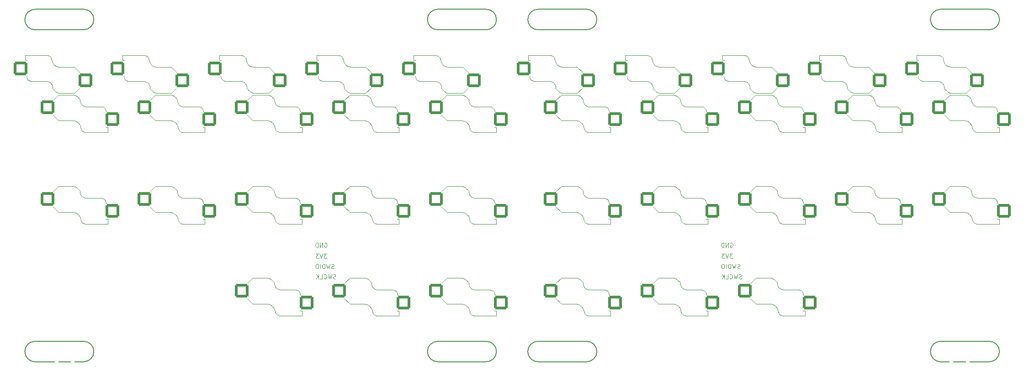
<source format=gbr>
%TF.GenerationSoftware,KiCad,Pcbnew,8.0.1*%
%TF.CreationDate,2024-03-30T18:05:25+05:00*%
%TF.ProjectId,pcb,7063622e-6b69-4636-9164-5f7063625858,rev?*%
%TF.SameCoordinates,Original*%
%TF.FileFunction,Legend,Bot*%
%TF.FilePolarity,Positive*%
%FSLAX46Y46*%
G04 Gerber Fmt 4.6, Leading zero omitted, Abs format (unit mm)*
G04 Created by KiCad (PCBNEW 8.0.1) date 2024-03-30 18:05:25*
%MOMM*%
%LPD*%
G01*
G04 APERTURE LIST*
G04 Aperture macros list*
%AMRoundRect*
0 Rectangle with rounded corners*
0 $1 Rounding radius*
0 $2 $3 $4 $5 $6 $7 $8 $9 X,Y pos of 4 corners*
0 Add a 4 corners polygon primitive as box body*
4,1,4,$2,$3,$4,$5,$6,$7,$8,$9,$2,$3,0*
0 Add four circle primitives for the rounded corners*
1,1,$1+$1,$2,$3*
1,1,$1+$1,$4,$5*
1,1,$1+$1,$6,$7*
1,1,$1+$1,$8,$9*
0 Add four rect primitives between the rounded corners*
20,1,$1+$1,$2,$3,$4,$5,0*
20,1,$1+$1,$4,$5,$6,$7,0*
20,1,$1+$1,$6,$7,$8,$9,0*
20,1,$1+$1,$8,$9,$2,$3,0*%
G04 Aperture macros list end*
%ADD10C,0.150000*%
%ADD11C,0.100000*%
%ADD12C,0.120000*%
%ADD13C,1.900000*%
%ADD14C,3.050000*%
%ADD15C,3.450000*%
%ADD16RoundRect,0.250000X-1.025000X-1.000000X1.025000X-1.000000X1.025000X1.000000X-1.025000X1.000000X0*%
%ADD17RoundRect,0.250000X1.025000X1.000000X-1.025000X1.000000X-1.025000X-1.000000X1.025000X-1.000000X0*%
%ADD18O,2.219000X1.000000*%
%ADD19O,1.762000X1.000000*%
%ADD20C,0.800000*%
%ADD21R,1.350000X1.350000*%
%ADD22O,1.350000X1.350000*%
%ADD23C,0.900000*%
G04 APERTURE END LIST*
D10*
X127800000Y-42800000D02*
G75*
G02*
X129700000Y-44700000I0J-1900000D01*
G01*
X146400000Y-104400000D02*
G75*
G02*
X148300000Y-106300000I0J-1900000D01*
G01*
X44200000Y-108200000D02*
G75*
G02*
X42300000Y-106300000I0J1900000D01*
G01*
X137400000Y-108200000D02*
G75*
G02*
X135500000Y-106300000I0J1900000D01*
G01*
X221000000Y-104400000D02*
G75*
G02*
X222900000Y-106300000I0J-1900000D01*
G01*
X42300000Y-106300000D02*
G75*
G02*
X44200000Y-104400000I1900000J0D01*
G01*
X55100000Y-106300000D02*
G75*
G02*
X53200000Y-108200000I-1900000J0D01*
G01*
X212000000Y-108200000D02*
G75*
G02*
X210100000Y-106300000I0J1900000D01*
G01*
X53200000Y-46600000D02*
X44200000Y-46600000D01*
X55100000Y-44700000D02*
G75*
G02*
X53200000Y-46600000I-1900000J0D01*
G01*
X146400000Y-108200000D02*
X137400000Y-108200000D01*
X53200000Y-108200000D02*
X44200000Y-108200000D01*
X118800000Y-104400000D02*
X127800000Y-104400000D01*
X135500000Y-44700000D02*
G75*
G02*
X137400000Y-42800000I1900000J0D01*
G01*
X137400000Y-46600000D02*
G75*
G02*
X135500000Y-44700000I0J1900000D01*
G01*
X118800000Y-46600000D02*
G75*
G02*
X116900000Y-44700000I0J1900000D01*
G01*
X127800000Y-104400000D02*
G75*
G02*
X129700000Y-106300000I0J-1900000D01*
G01*
X53200000Y-42800000D02*
G75*
G02*
X55100000Y-44700000I0J-1900000D01*
G01*
X53200000Y-104400000D02*
G75*
G02*
X55100000Y-106300000I0J-1900000D01*
G01*
X146400000Y-46600000D02*
X137400000Y-46600000D01*
X221000000Y-108200000D02*
X212000000Y-108200000D01*
X212000000Y-42800000D02*
X221000000Y-42800000D01*
X146400000Y-42800000D02*
G75*
G02*
X148300000Y-44700000I0J-1900000D01*
G01*
X118800000Y-42800000D02*
X127800000Y-42800000D01*
X44200000Y-46600000D02*
G75*
G02*
X42300000Y-44700000I0J1900000D01*
G01*
X129700000Y-44700000D02*
G75*
G02*
X127800000Y-46600000I-1900000J0D01*
G01*
X210100000Y-106300000D02*
G75*
G02*
X212000000Y-104400000I1900000J0D01*
G01*
X148300000Y-44700000D02*
G75*
G02*
X146400000Y-46600000I-1900000J0D01*
G01*
X212000000Y-46600000D02*
G75*
G02*
X210100000Y-44700000I0J1900000D01*
G01*
X148300000Y-106300000D02*
G75*
G02*
X146400000Y-108200000I-1900000J0D01*
G01*
X221000000Y-42800000D02*
G75*
G02*
X222900000Y-44700000I0J-1900000D01*
G01*
X137400000Y-42800000D02*
X146400000Y-42800000D01*
X116900000Y-106300000D02*
G75*
G02*
X118800000Y-104400000I1900000J0D01*
G01*
X118800000Y-108200000D02*
G75*
G02*
X116900000Y-106300000I0J1900000D01*
G01*
X222900000Y-44700000D02*
G75*
G02*
X221000000Y-46600000I-1900000J0D01*
G01*
X135500000Y-106300000D02*
G75*
G02*
X137400000Y-104400000I1900000J0D01*
G01*
X221000000Y-46600000D02*
X212000000Y-46600000D01*
X127800000Y-108200000D02*
X118800000Y-108200000D01*
X210100000Y-44700000D02*
G75*
G02*
X212000000Y-42800000I1900000J0D01*
G01*
X44200000Y-104400000D02*
X53200000Y-104400000D01*
X212000000Y-104400000D02*
X221000000Y-104400000D01*
X42300000Y-44700000D02*
G75*
G02*
X44200000Y-42800000I1900000J0D01*
G01*
X222900000Y-106300000D02*
G75*
G02*
X221000000Y-108200000I-1900000J0D01*
G01*
X137400000Y-104400000D02*
X146400000Y-104400000D01*
X116900000Y-44700000D02*
G75*
G02*
X118800000Y-42800000I1900000J0D01*
G01*
X129700000Y-106300000D02*
G75*
G02*
X127800000Y-108200000I-1900000J0D01*
G01*
X127800000Y-46600000D02*
X118800000Y-46600000D01*
X44200000Y-42800000D02*
X53200000Y-42800000D01*
D11*
X99581830Y-90858800D02*
X99467544Y-90896895D01*
X99467544Y-90896895D02*
X99277068Y-90896895D01*
X99277068Y-90896895D02*
X99200877Y-90858800D01*
X99200877Y-90858800D02*
X99162782Y-90820704D01*
X99162782Y-90820704D02*
X99124687Y-90744514D01*
X99124687Y-90744514D02*
X99124687Y-90668323D01*
X99124687Y-90668323D02*
X99162782Y-90592133D01*
X99162782Y-90592133D02*
X99200877Y-90554038D01*
X99200877Y-90554038D02*
X99277068Y-90515942D01*
X99277068Y-90515942D02*
X99429449Y-90477847D01*
X99429449Y-90477847D02*
X99505639Y-90439752D01*
X99505639Y-90439752D02*
X99543734Y-90401657D01*
X99543734Y-90401657D02*
X99581830Y-90325466D01*
X99581830Y-90325466D02*
X99581830Y-90249276D01*
X99581830Y-90249276D02*
X99543734Y-90173085D01*
X99543734Y-90173085D02*
X99505639Y-90134990D01*
X99505639Y-90134990D02*
X99429449Y-90096895D01*
X99429449Y-90096895D02*
X99238972Y-90096895D01*
X99238972Y-90096895D02*
X99124687Y-90134990D01*
X98858020Y-90096895D02*
X98667544Y-90896895D01*
X98667544Y-90896895D02*
X98515163Y-90325466D01*
X98515163Y-90325466D02*
X98362782Y-90896895D01*
X98362782Y-90896895D02*
X98172306Y-90096895D01*
X97867543Y-90896895D02*
X97867543Y-90096895D01*
X97867543Y-90096895D02*
X97677067Y-90096895D01*
X97677067Y-90096895D02*
X97562781Y-90134990D01*
X97562781Y-90134990D02*
X97486591Y-90211180D01*
X97486591Y-90211180D02*
X97448496Y-90287371D01*
X97448496Y-90287371D02*
X97410400Y-90439752D01*
X97410400Y-90439752D02*
X97410400Y-90554038D01*
X97410400Y-90554038D02*
X97448496Y-90706419D01*
X97448496Y-90706419D02*
X97486591Y-90782609D01*
X97486591Y-90782609D02*
X97562781Y-90858800D01*
X97562781Y-90858800D02*
X97677067Y-90896895D01*
X97677067Y-90896895D02*
X97867543Y-90896895D01*
X97067543Y-90896895D02*
X97067543Y-90096895D01*
X96534210Y-90096895D02*
X96381829Y-90096895D01*
X96381829Y-90096895D02*
X96305639Y-90134990D01*
X96305639Y-90134990D02*
X96229448Y-90211180D01*
X96229448Y-90211180D02*
X96191353Y-90363561D01*
X96191353Y-90363561D02*
X96191353Y-90630228D01*
X96191353Y-90630228D02*
X96229448Y-90782609D01*
X96229448Y-90782609D02*
X96305639Y-90858800D01*
X96305639Y-90858800D02*
X96381829Y-90896895D01*
X96381829Y-90896895D02*
X96534210Y-90896895D01*
X96534210Y-90896895D02*
X96610401Y-90858800D01*
X96610401Y-90858800D02*
X96686591Y-90782609D01*
X96686591Y-90782609D02*
X96724687Y-90630228D01*
X96724687Y-90630228D02*
X96724687Y-90363561D01*
X96724687Y-90363561D02*
X96686591Y-90211180D01*
X96686591Y-90211180D02*
X96610401Y-90134990D01*
X96610401Y-90134990D02*
X96534210Y-90096895D01*
X98219925Y-88196895D02*
X97724687Y-88196895D01*
X97724687Y-88196895D02*
X97991353Y-88501657D01*
X97991353Y-88501657D02*
X97877068Y-88501657D01*
X97877068Y-88501657D02*
X97800877Y-88539752D01*
X97800877Y-88539752D02*
X97762782Y-88577847D01*
X97762782Y-88577847D02*
X97724687Y-88654038D01*
X97724687Y-88654038D02*
X97724687Y-88844514D01*
X97724687Y-88844514D02*
X97762782Y-88920704D01*
X97762782Y-88920704D02*
X97800877Y-88958800D01*
X97800877Y-88958800D02*
X97877068Y-88996895D01*
X97877068Y-88996895D02*
X98105639Y-88996895D01*
X98105639Y-88996895D02*
X98181830Y-88958800D01*
X98181830Y-88958800D02*
X98219925Y-88920704D01*
X97496115Y-88196895D02*
X97229448Y-88996895D01*
X97229448Y-88996895D02*
X96962782Y-88196895D01*
X96772306Y-88196895D02*
X96277068Y-88196895D01*
X96277068Y-88196895D02*
X96543734Y-88501657D01*
X96543734Y-88501657D02*
X96429449Y-88501657D01*
X96429449Y-88501657D02*
X96353258Y-88539752D01*
X96353258Y-88539752D02*
X96315163Y-88577847D01*
X96315163Y-88577847D02*
X96277068Y-88654038D01*
X96277068Y-88654038D02*
X96277068Y-88844514D01*
X96277068Y-88844514D02*
X96315163Y-88920704D01*
X96315163Y-88920704D02*
X96353258Y-88958800D01*
X96353258Y-88958800D02*
X96429449Y-88996895D01*
X96429449Y-88996895D02*
X96658020Y-88996895D01*
X96658020Y-88996895D02*
X96734211Y-88958800D01*
X96734211Y-88958800D02*
X96772306Y-88920704D01*
X174781830Y-90858800D02*
X174667544Y-90896895D01*
X174667544Y-90896895D02*
X174477068Y-90896895D01*
X174477068Y-90896895D02*
X174400877Y-90858800D01*
X174400877Y-90858800D02*
X174362782Y-90820704D01*
X174362782Y-90820704D02*
X174324687Y-90744514D01*
X174324687Y-90744514D02*
X174324687Y-90668323D01*
X174324687Y-90668323D02*
X174362782Y-90592133D01*
X174362782Y-90592133D02*
X174400877Y-90554038D01*
X174400877Y-90554038D02*
X174477068Y-90515942D01*
X174477068Y-90515942D02*
X174629449Y-90477847D01*
X174629449Y-90477847D02*
X174705639Y-90439752D01*
X174705639Y-90439752D02*
X174743734Y-90401657D01*
X174743734Y-90401657D02*
X174781830Y-90325466D01*
X174781830Y-90325466D02*
X174781830Y-90249276D01*
X174781830Y-90249276D02*
X174743734Y-90173085D01*
X174743734Y-90173085D02*
X174705639Y-90134990D01*
X174705639Y-90134990D02*
X174629449Y-90096895D01*
X174629449Y-90096895D02*
X174438972Y-90096895D01*
X174438972Y-90096895D02*
X174324687Y-90134990D01*
X174058020Y-90096895D02*
X173867544Y-90896895D01*
X173867544Y-90896895D02*
X173715163Y-90325466D01*
X173715163Y-90325466D02*
X173562782Y-90896895D01*
X173562782Y-90896895D02*
X173372306Y-90096895D01*
X173067543Y-90896895D02*
X173067543Y-90096895D01*
X173067543Y-90096895D02*
X172877067Y-90096895D01*
X172877067Y-90096895D02*
X172762781Y-90134990D01*
X172762781Y-90134990D02*
X172686591Y-90211180D01*
X172686591Y-90211180D02*
X172648496Y-90287371D01*
X172648496Y-90287371D02*
X172610400Y-90439752D01*
X172610400Y-90439752D02*
X172610400Y-90554038D01*
X172610400Y-90554038D02*
X172648496Y-90706419D01*
X172648496Y-90706419D02*
X172686591Y-90782609D01*
X172686591Y-90782609D02*
X172762781Y-90858800D01*
X172762781Y-90858800D02*
X172877067Y-90896895D01*
X172877067Y-90896895D02*
X173067543Y-90896895D01*
X172267543Y-90896895D02*
X172267543Y-90096895D01*
X171734210Y-90096895D02*
X171581829Y-90096895D01*
X171581829Y-90096895D02*
X171505639Y-90134990D01*
X171505639Y-90134990D02*
X171429448Y-90211180D01*
X171429448Y-90211180D02*
X171391353Y-90363561D01*
X171391353Y-90363561D02*
X171391353Y-90630228D01*
X171391353Y-90630228D02*
X171429448Y-90782609D01*
X171429448Y-90782609D02*
X171505639Y-90858800D01*
X171505639Y-90858800D02*
X171581829Y-90896895D01*
X171581829Y-90896895D02*
X171734210Y-90896895D01*
X171734210Y-90896895D02*
X171810401Y-90858800D01*
X171810401Y-90858800D02*
X171886591Y-90782609D01*
X171886591Y-90782609D02*
X171924687Y-90630228D01*
X171924687Y-90630228D02*
X171924687Y-90363561D01*
X171924687Y-90363561D02*
X171886591Y-90211180D01*
X171886591Y-90211180D02*
X171810401Y-90134990D01*
X171810401Y-90134990D02*
X171734210Y-90096895D01*
X99881830Y-92758800D02*
X99767544Y-92796895D01*
X99767544Y-92796895D02*
X99577068Y-92796895D01*
X99577068Y-92796895D02*
X99500877Y-92758800D01*
X99500877Y-92758800D02*
X99462782Y-92720704D01*
X99462782Y-92720704D02*
X99424687Y-92644514D01*
X99424687Y-92644514D02*
X99424687Y-92568323D01*
X99424687Y-92568323D02*
X99462782Y-92492133D01*
X99462782Y-92492133D02*
X99500877Y-92454038D01*
X99500877Y-92454038D02*
X99577068Y-92415942D01*
X99577068Y-92415942D02*
X99729449Y-92377847D01*
X99729449Y-92377847D02*
X99805639Y-92339752D01*
X99805639Y-92339752D02*
X99843734Y-92301657D01*
X99843734Y-92301657D02*
X99881830Y-92225466D01*
X99881830Y-92225466D02*
X99881830Y-92149276D01*
X99881830Y-92149276D02*
X99843734Y-92073085D01*
X99843734Y-92073085D02*
X99805639Y-92034990D01*
X99805639Y-92034990D02*
X99729449Y-91996895D01*
X99729449Y-91996895D02*
X99538972Y-91996895D01*
X99538972Y-91996895D02*
X99424687Y-92034990D01*
X99158020Y-91996895D02*
X98967544Y-92796895D01*
X98967544Y-92796895D02*
X98815163Y-92225466D01*
X98815163Y-92225466D02*
X98662782Y-92796895D01*
X98662782Y-92796895D02*
X98472306Y-91996895D01*
X97710400Y-92720704D02*
X97748496Y-92758800D01*
X97748496Y-92758800D02*
X97862781Y-92796895D01*
X97862781Y-92796895D02*
X97938972Y-92796895D01*
X97938972Y-92796895D02*
X98053258Y-92758800D01*
X98053258Y-92758800D02*
X98129448Y-92682609D01*
X98129448Y-92682609D02*
X98167543Y-92606419D01*
X98167543Y-92606419D02*
X98205639Y-92454038D01*
X98205639Y-92454038D02*
X98205639Y-92339752D01*
X98205639Y-92339752D02*
X98167543Y-92187371D01*
X98167543Y-92187371D02*
X98129448Y-92111180D01*
X98129448Y-92111180D02*
X98053258Y-92034990D01*
X98053258Y-92034990D02*
X97938972Y-91996895D01*
X97938972Y-91996895D02*
X97862781Y-91996895D01*
X97862781Y-91996895D02*
X97748496Y-92034990D01*
X97748496Y-92034990D02*
X97710400Y-92073085D01*
X96986591Y-92796895D02*
X97367543Y-92796895D01*
X97367543Y-92796895D02*
X97367543Y-91996895D01*
X96719924Y-92796895D02*
X96719924Y-91996895D01*
X96262781Y-92796895D02*
X96605639Y-92339752D01*
X96262781Y-91996895D02*
X96719924Y-92454038D01*
X97824687Y-86184990D02*
X97900877Y-86146895D01*
X97900877Y-86146895D02*
X98015163Y-86146895D01*
X98015163Y-86146895D02*
X98129449Y-86184990D01*
X98129449Y-86184990D02*
X98205639Y-86261180D01*
X98205639Y-86261180D02*
X98243734Y-86337371D01*
X98243734Y-86337371D02*
X98281830Y-86489752D01*
X98281830Y-86489752D02*
X98281830Y-86604038D01*
X98281830Y-86604038D02*
X98243734Y-86756419D01*
X98243734Y-86756419D02*
X98205639Y-86832609D01*
X98205639Y-86832609D02*
X98129449Y-86908800D01*
X98129449Y-86908800D02*
X98015163Y-86946895D01*
X98015163Y-86946895D02*
X97938972Y-86946895D01*
X97938972Y-86946895D02*
X97824687Y-86908800D01*
X97824687Y-86908800D02*
X97786591Y-86870704D01*
X97786591Y-86870704D02*
X97786591Y-86604038D01*
X97786591Y-86604038D02*
X97938972Y-86604038D01*
X97443734Y-86946895D02*
X97443734Y-86146895D01*
X97443734Y-86146895D02*
X96986591Y-86946895D01*
X96986591Y-86946895D02*
X96986591Y-86146895D01*
X96605639Y-86946895D02*
X96605639Y-86146895D01*
X96605639Y-86146895D02*
X96415163Y-86146895D01*
X96415163Y-86146895D02*
X96300877Y-86184990D01*
X96300877Y-86184990D02*
X96224687Y-86261180D01*
X96224687Y-86261180D02*
X96186592Y-86337371D01*
X96186592Y-86337371D02*
X96148496Y-86489752D01*
X96148496Y-86489752D02*
X96148496Y-86604038D01*
X96148496Y-86604038D02*
X96186592Y-86756419D01*
X96186592Y-86756419D02*
X96224687Y-86832609D01*
X96224687Y-86832609D02*
X96300877Y-86908800D01*
X96300877Y-86908800D02*
X96415163Y-86946895D01*
X96415163Y-86946895D02*
X96605639Y-86946895D01*
X173024687Y-86184990D02*
X173100877Y-86146895D01*
X173100877Y-86146895D02*
X173215163Y-86146895D01*
X173215163Y-86146895D02*
X173329449Y-86184990D01*
X173329449Y-86184990D02*
X173405639Y-86261180D01*
X173405639Y-86261180D02*
X173443734Y-86337371D01*
X173443734Y-86337371D02*
X173481830Y-86489752D01*
X173481830Y-86489752D02*
X173481830Y-86604038D01*
X173481830Y-86604038D02*
X173443734Y-86756419D01*
X173443734Y-86756419D02*
X173405639Y-86832609D01*
X173405639Y-86832609D02*
X173329449Y-86908800D01*
X173329449Y-86908800D02*
X173215163Y-86946895D01*
X173215163Y-86946895D02*
X173138972Y-86946895D01*
X173138972Y-86946895D02*
X173024687Y-86908800D01*
X173024687Y-86908800D02*
X172986591Y-86870704D01*
X172986591Y-86870704D02*
X172986591Y-86604038D01*
X172986591Y-86604038D02*
X173138972Y-86604038D01*
X172643734Y-86946895D02*
X172643734Y-86146895D01*
X172643734Y-86146895D02*
X172186591Y-86946895D01*
X172186591Y-86946895D02*
X172186591Y-86146895D01*
X171805639Y-86946895D02*
X171805639Y-86146895D01*
X171805639Y-86146895D02*
X171615163Y-86146895D01*
X171615163Y-86146895D02*
X171500877Y-86184990D01*
X171500877Y-86184990D02*
X171424687Y-86261180D01*
X171424687Y-86261180D02*
X171386592Y-86337371D01*
X171386592Y-86337371D02*
X171348496Y-86489752D01*
X171348496Y-86489752D02*
X171348496Y-86604038D01*
X171348496Y-86604038D02*
X171386592Y-86756419D01*
X171386592Y-86756419D02*
X171424687Y-86832609D01*
X171424687Y-86832609D02*
X171500877Y-86908800D01*
X171500877Y-86908800D02*
X171615163Y-86946895D01*
X171615163Y-86946895D02*
X171805639Y-86946895D01*
X173419925Y-88196895D02*
X172924687Y-88196895D01*
X172924687Y-88196895D02*
X173191353Y-88501657D01*
X173191353Y-88501657D02*
X173077068Y-88501657D01*
X173077068Y-88501657D02*
X173000877Y-88539752D01*
X173000877Y-88539752D02*
X172962782Y-88577847D01*
X172962782Y-88577847D02*
X172924687Y-88654038D01*
X172924687Y-88654038D02*
X172924687Y-88844514D01*
X172924687Y-88844514D02*
X172962782Y-88920704D01*
X172962782Y-88920704D02*
X173000877Y-88958800D01*
X173000877Y-88958800D02*
X173077068Y-88996895D01*
X173077068Y-88996895D02*
X173305639Y-88996895D01*
X173305639Y-88996895D02*
X173381830Y-88958800D01*
X173381830Y-88958800D02*
X173419925Y-88920704D01*
X172696115Y-88196895D02*
X172429448Y-88996895D01*
X172429448Y-88996895D02*
X172162782Y-88196895D01*
X171972306Y-88196895D02*
X171477068Y-88196895D01*
X171477068Y-88196895D02*
X171743734Y-88501657D01*
X171743734Y-88501657D02*
X171629449Y-88501657D01*
X171629449Y-88501657D02*
X171553258Y-88539752D01*
X171553258Y-88539752D02*
X171515163Y-88577847D01*
X171515163Y-88577847D02*
X171477068Y-88654038D01*
X171477068Y-88654038D02*
X171477068Y-88844514D01*
X171477068Y-88844514D02*
X171515163Y-88920704D01*
X171515163Y-88920704D02*
X171553258Y-88958800D01*
X171553258Y-88958800D02*
X171629449Y-88996895D01*
X171629449Y-88996895D02*
X171858020Y-88996895D01*
X171858020Y-88996895D02*
X171934211Y-88958800D01*
X171934211Y-88958800D02*
X171972306Y-88920704D01*
X175081830Y-92758800D02*
X174967544Y-92796895D01*
X174967544Y-92796895D02*
X174777068Y-92796895D01*
X174777068Y-92796895D02*
X174700877Y-92758800D01*
X174700877Y-92758800D02*
X174662782Y-92720704D01*
X174662782Y-92720704D02*
X174624687Y-92644514D01*
X174624687Y-92644514D02*
X174624687Y-92568323D01*
X174624687Y-92568323D02*
X174662782Y-92492133D01*
X174662782Y-92492133D02*
X174700877Y-92454038D01*
X174700877Y-92454038D02*
X174777068Y-92415942D01*
X174777068Y-92415942D02*
X174929449Y-92377847D01*
X174929449Y-92377847D02*
X175005639Y-92339752D01*
X175005639Y-92339752D02*
X175043734Y-92301657D01*
X175043734Y-92301657D02*
X175081830Y-92225466D01*
X175081830Y-92225466D02*
X175081830Y-92149276D01*
X175081830Y-92149276D02*
X175043734Y-92073085D01*
X175043734Y-92073085D02*
X175005639Y-92034990D01*
X175005639Y-92034990D02*
X174929449Y-91996895D01*
X174929449Y-91996895D02*
X174738972Y-91996895D01*
X174738972Y-91996895D02*
X174624687Y-92034990D01*
X174358020Y-91996895D02*
X174167544Y-92796895D01*
X174167544Y-92796895D02*
X174015163Y-92225466D01*
X174015163Y-92225466D02*
X173862782Y-92796895D01*
X173862782Y-92796895D02*
X173672306Y-91996895D01*
X172910400Y-92720704D02*
X172948496Y-92758800D01*
X172948496Y-92758800D02*
X173062781Y-92796895D01*
X173062781Y-92796895D02*
X173138972Y-92796895D01*
X173138972Y-92796895D02*
X173253258Y-92758800D01*
X173253258Y-92758800D02*
X173329448Y-92682609D01*
X173329448Y-92682609D02*
X173367543Y-92606419D01*
X173367543Y-92606419D02*
X173405639Y-92454038D01*
X173405639Y-92454038D02*
X173405639Y-92339752D01*
X173405639Y-92339752D02*
X173367543Y-92187371D01*
X173367543Y-92187371D02*
X173329448Y-92111180D01*
X173329448Y-92111180D02*
X173253258Y-92034990D01*
X173253258Y-92034990D02*
X173138972Y-91996895D01*
X173138972Y-91996895D02*
X173062781Y-91996895D01*
X173062781Y-91996895D02*
X172948496Y-92034990D01*
X172948496Y-92034990D02*
X172910400Y-92073085D01*
X172186591Y-92796895D02*
X172567543Y-92796895D01*
X172567543Y-92796895D02*
X172567543Y-91996895D01*
X171919924Y-92796895D02*
X171919924Y-91996895D01*
X171462781Y-92796895D02*
X171805639Y-92339752D01*
X171462781Y-91996895D02*
X171919924Y-92454038D01*
D12*
%TO.C,SW26*%
X194784000Y-76591000D02*
X195721000Y-75654000D01*
X195721000Y-75654000D02*
X198468000Y-75654000D01*
X195721000Y-80446000D02*
X194700000Y-79425000D01*
X198368000Y-80446000D02*
X195721000Y-80446000D01*
X198468000Y-75654000D02*
X198871000Y-75734000D01*
X198871000Y-75734000D02*
X199213000Y-75963000D01*
X198930000Y-80551000D02*
X198368000Y-80446000D01*
X199213000Y-75963000D02*
X199746000Y-76496000D01*
X199409000Y-80850000D02*
X198930000Y-80551000D01*
X199746000Y-76496000D02*
X199746000Y-76718000D01*
X199746000Y-76718000D02*
X199833000Y-77156000D01*
X199747000Y-81303000D02*
X199409000Y-80850000D01*
X199833000Y-77156000D02*
X200077000Y-77523000D01*
X199901000Y-81861000D02*
X199747000Y-81303000D01*
X199983000Y-82159000D02*
X199901000Y-81861000D01*
X200077000Y-77523000D02*
X200444000Y-77767000D01*
X200176000Y-82417000D02*
X199983000Y-82159000D01*
X200444000Y-77767000D02*
X200882000Y-77854000D01*
X200450000Y-82587000D02*
X200176000Y-82417000D01*
X200760000Y-82646000D02*
X200450000Y-82587000D01*
X200882000Y-77854000D02*
X203682000Y-77854000D01*
X203682000Y-77854000D02*
X204009000Y-77919000D01*
X204009000Y-77919000D02*
X204292000Y-78108000D01*
X204292000Y-78108000D02*
X204481000Y-78391000D01*
X204481000Y-78391000D02*
X204566000Y-78818000D01*
X204483000Y-81704000D02*
X204846000Y-81704000D01*
X204846000Y-81704000D02*
X204846000Y-82646000D01*
X204846000Y-82646000D02*
X200760000Y-82646000D01*
%TO.C,SW2*%
X47584000Y-59591000D02*
X48521000Y-58654000D01*
X48521000Y-58654000D02*
X51268000Y-58654000D01*
X48521000Y-63446000D02*
X47500000Y-62425000D01*
X51168000Y-63446000D02*
X48521000Y-63446000D01*
X51268000Y-58654000D02*
X51671000Y-58734000D01*
X51671000Y-58734000D02*
X52013000Y-58963000D01*
X51730000Y-63551000D02*
X51168000Y-63446000D01*
X52013000Y-58963000D02*
X52546000Y-59496000D01*
X52209000Y-63850000D02*
X51730000Y-63551000D01*
X52546000Y-59496000D02*
X52546000Y-59718000D01*
X52546000Y-59718000D02*
X52633000Y-60156000D01*
X52547000Y-64303000D02*
X52209000Y-63850000D01*
X52633000Y-60156000D02*
X52877000Y-60523000D01*
X52701000Y-64861000D02*
X52547000Y-64303000D01*
X52783000Y-65159000D02*
X52701000Y-64861000D01*
X52877000Y-60523000D02*
X53244000Y-60767000D01*
X52976000Y-65417000D02*
X52783000Y-65159000D01*
X53244000Y-60767000D02*
X53682000Y-60854000D01*
X53250000Y-65587000D02*
X52976000Y-65417000D01*
X53560000Y-65646000D02*
X53250000Y-65587000D01*
X53682000Y-60854000D02*
X56482000Y-60854000D01*
X56482000Y-60854000D02*
X56809000Y-60919000D01*
X56809000Y-60919000D02*
X57092000Y-61108000D01*
X57092000Y-61108000D02*
X57281000Y-61391000D01*
X57281000Y-61391000D02*
X57366000Y-61818000D01*
X57283000Y-64704000D02*
X57646000Y-64704000D01*
X57646000Y-64704000D02*
X57646000Y-65646000D01*
X57646000Y-65646000D02*
X53560000Y-65646000D01*
%TO.C,SW10*%
X83584000Y-93591000D02*
X84521000Y-92654000D01*
X84521000Y-92654000D02*
X87268000Y-92654000D01*
X84521000Y-97446000D02*
X83500000Y-96425000D01*
X87168000Y-97446000D02*
X84521000Y-97446000D01*
X87268000Y-92654000D02*
X87671000Y-92734000D01*
X87671000Y-92734000D02*
X88013000Y-92963000D01*
X87730000Y-97551000D02*
X87168000Y-97446000D01*
X88013000Y-92963000D02*
X88546000Y-93496000D01*
X88209000Y-97850000D02*
X87730000Y-97551000D01*
X88546000Y-93496000D02*
X88546000Y-93718000D01*
X88546000Y-93718000D02*
X88633000Y-94156000D01*
X88547000Y-98303000D02*
X88209000Y-97850000D01*
X88633000Y-94156000D02*
X88877000Y-94523000D01*
X88701000Y-98861000D02*
X88547000Y-98303000D01*
X88783000Y-99159000D02*
X88701000Y-98861000D01*
X88877000Y-94523000D02*
X89244000Y-94767000D01*
X88976000Y-99417000D02*
X88783000Y-99159000D01*
X89244000Y-94767000D02*
X89682000Y-94854000D01*
X89250000Y-99587000D02*
X88976000Y-99417000D01*
X89560000Y-99646000D02*
X89250000Y-99587000D01*
X89682000Y-94854000D02*
X92482000Y-94854000D01*
X92482000Y-94854000D02*
X92809000Y-94919000D01*
X92809000Y-94919000D02*
X93092000Y-95108000D01*
X93092000Y-95108000D02*
X93281000Y-95391000D01*
X93281000Y-95391000D02*
X93366000Y-95818000D01*
X93283000Y-98704000D02*
X93646000Y-98704000D01*
X93646000Y-98704000D02*
X93646000Y-99646000D01*
X93646000Y-99646000D02*
X89560000Y-99646000D01*
%TO.C,SW14*%
X101584000Y-93591000D02*
X102521000Y-92654000D01*
X102521000Y-92654000D02*
X105268000Y-92654000D01*
X102521000Y-97446000D02*
X101500000Y-96425000D01*
X105168000Y-97446000D02*
X102521000Y-97446000D01*
X105268000Y-92654000D02*
X105671000Y-92734000D01*
X105671000Y-92734000D02*
X106013000Y-92963000D01*
X105730000Y-97551000D02*
X105168000Y-97446000D01*
X106013000Y-92963000D02*
X106546000Y-93496000D01*
X106209000Y-97850000D02*
X105730000Y-97551000D01*
X106546000Y-93496000D02*
X106546000Y-93718000D01*
X106546000Y-93718000D02*
X106633000Y-94156000D01*
X106547000Y-98303000D02*
X106209000Y-97850000D01*
X106633000Y-94156000D02*
X106877000Y-94523000D01*
X106701000Y-98861000D02*
X106547000Y-98303000D01*
X106783000Y-99159000D02*
X106701000Y-98861000D01*
X106877000Y-94523000D02*
X107244000Y-94767000D01*
X106976000Y-99417000D02*
X106783000Y-99159000D01*
X107244000Y-94767000D02*
X107682000Y-94854000D01*
X107250000Y-99587000D02*
X106976000Y-99417000D01*
X107560000Y-99646000D02*
X107250000Y-99587000D01*
X107682000Y-94854000D02*
X110482000Y-94854000D01*
X110482000Y-94854000D02*
X110809000Y-94919000D01*
X110809000Y-94919000D02*
X111092000Y-95108000D01*
X111092000Y-95108000D02*
X111281000Y-95391000D01*
X111281000Y-95391000D02*
X111366000Y-95818000D01*
X111283000Y-98704000D02*
X111646000Y-98704000D01*
X111646000Y-98704000D02*
X111646000Y-99646000D01*
X111646000Y-99646000D02*
X107560000Y-99646000D01*
%TO.C,SW36*%
X140784000Y-59591000D02*
X141721000Y-58654000D01*
X141721000Y-58654000D02*
X144468000Y-58654000D01*
X141721000Y-63446000D02*
X140700000Y-62425000D01*
X144368000Y-63446000D02*
X141721000Y-63446000D01*
X144468000Y-58654000D02*
X144871000Y-58734000D01*
X144871000Y-58734000D02*
X145213000Y-58963000D01*
X144930000Y-63551000D02*
X144368000Y-63446000D01*
X145213000Y-58963000D02*
X145746000Y-59496000D01*
X145409000Y-63850000D02*
X144930000Y-63551000D01*
X145746000Y-59496000D02*
X145746000Y-59718000D01*
X145746000Y-59718000D02*
X145833000Y-60156000D01*
X145747000Y-64303000D02*
X145409000Y-63850000D01*
X145833000Y-60156000D02*
X146077000Y-60523000D01*
X145901000Y-64861000D02*
X145747000Y-64303000D01*
X145983000Y-65159000D02*
X145901000Y-64861000D01*
X146077000Y-60523000D02*
X146444000Y-60767000D01*
X146176000Y-65417000D02*
X145983000Y-65159000D01*
X146444000Y-60767000D02*
X146882000Y-60854000D01*
X146450000Y-65587000D02*
X146176000Y-65417000D01*
X146760000Y-65646000D02*
X146450000Y-65587000D01*
X146882000Y-60854000D02*
X149682000Y-60854000D01*
X149682000Y-60854000D02*
X150009000Y-60919000D01*
X150009000Y-60919000D02*
X150292000Y-61108000D01*
X150292000Y-61108000D02*
X150481000Y-61391000D01*
X150481000Y-61391000D02*
X150566000Y-61818000D01*
X150483000Y-64704000D02*
X150846000Y-64704000D01*
X150846000Y-64704000D02*
X150846000Y-65646000D01*
X150846000Y-65646000D02*
X146760000Y-65646000D01*
%TO.C,SW15*%
X114354000Y-51354000D02*
X118440000Y-51354000D01*
X114354000Y-52296000D02*
X114354000Y-51354000D01*
X114717000Y-52296000D02*
X114354000Y-52296000D01*
X114719000Y-55609000D02*
X114634000Y-55182000D01*
X114908000Y-55892000D02*
X114719000Y-55609000D01*
X115191000Y-56081000D02*
X114908000Y-55892000D01*
X115518000Y-56146000D02*
X115191000Y-56081000D01*
X118318000Y-56146000D02*
X115518000Y-56146000D01*
X118440000Y-51354000D02*
X118750000Y-51413000D01*
X118750000Y-51413000D02*
X119024000Y-51583000D01*
X118756000Y-56233000D02*
X118318000Y-56146000D01*
X119024000Y-51583000D02*
X119217000Y-51841000D01*
X119123000Y-56477000D02*
X118756000Y-56233000D01*
X119217000Y-51841000D02*
X119299000Y-52139000D01*
X119299000Y-52139000D02*
X119453000Y-52697000D01*
X119367000Y-56844000D02*
X119123000Y-56477000D01*
X119453000Y-52697000D02*
X119791000Y-53150000D01*
X119454000Y-57282000D02*
X119367000Y-56844000D01*
X119454000Y-57504000D02*
X119454000Y-57282000D01*
X119791000Y-53150000D02*
X120270000Y-53449000D01*
X119987000Y-58037000D02*
X119454000Y-57504000D01*
X120270000Y-53449000D02*
X120832000Y-53554000D01*
X120329000Y-58266000D02*
X119987000Y-58037000D01*
X120732000Y-58346000D02*
X120329000Y-58266000D01*
X120832000Y-53554000D02*
X123479000Y-53554000D01*
X123479000Y-53554000D02*
X124500000Y-54575000D01*
X123479000Y-58346000D02*
X120732000Y-58346000D01*
X124416000Y-57409000D02*
X123479000Y-58346000D01*
%TO.C,SW9*%
X83584000Y-76591000D02*
X84521000Y-75654000D01*
X84521000Y-75654000D02*
X87268000Y-75654000D01*
X84521000Y-80446000D02*
X83500000Y-79425000D01*
X87168000Y-80446000D02*
X84521000Y-80446000D01*
X87268000Y-75654000D02*
X87671000Y-75734000D01*
X87671000Y-75734000D02*
X88013000Y-75963000D01*
X87730000Y-80551000D02*
X87168000Y-80446000D01*
X88013000Y-75963000D02*
X88546000Y-76496000D01*
X88209000Y-80850000D02*
X87730000Y-80551000D01*
X88546000Y-76496000D02*
X88546000Y-76718000D01*
X88546000Y-76718000D02*
X88633000Y-77156000D01*
X88547000Y-81303000D02*
X88209000Y-80850000D01*
X88633000Y-77156000D02*
X88877000Y-77523000D01*
X88701000Y-81861000D02*
X88547000Y-81303000D01*
X88783000Y-82159000D02*
X88701000Y-81861000D01*
X88877000Y-77523000D02*
X89244000Y-77767000D01*
X88976000Y-82417000D02*
X88783000Y-82159000D01*
X89244000Y-77767000D02*
X89682000Y-77854000D01*
X89250000Y-82587000D02*
X88976000Y-82417000D01*
X89560000Y-82646000D02*
X89250000Y-82587000D01*
X89682000Y-77854000D02*
X92482000Y-77854000D01*
X92482000Y-77854000D02*
X92809000Y-77919000D01*
X92809000Y-77919000D02*
X93092000Y-78108000D01*
X93092000Y-78108000D02*
X93281000Y-78391000D01*
X93281000Y-78391000D02*
X93366000Y-78818000D01*
X93283000Y-81704000D02*
X93646000Y-81704000D01*
X93646000Y-81704000D02*
X93646000Y-82646000D01*
X93646000Y-82646000D02*
X89560000Y-82646000D01*
%TO.C,SW27*%
X171553998Y-51354000D02*
X175639998Y-51354000D01*
X171553998Y-52296000D02*
X171553998Y-51354000D01*
X171916998Y-52296000D02*
X171553998Y-52296000D01*
X171918998Y-55609000D02*
X171833998Y-55182000D01*
X172107998Y-55892000D02*
X171918998Y-55609000D01*
X172390998Y-56081000D02*
X172107998Y-55892000D01*
X172717998Y-56146000D02*
X172390998Y-56081000D01*
X175517998Y-56146000D02*
X172717998Y-56146000D01*
X175639998Y-51354000D02*
X175949998Y-51413000D01*
X175949998Y-51413000D02*
X176223998Y-51583000D01*
X175955998Y-56233000D02*
X175517998Y-56146000D01*
X176223998Y-51583000D02*
X176416998Y-51841000D01*
X176322998Y-56477000D02*
X175955998Y-56233000D01*
X176416998Y-51841000D02*
X176498998Y-52139000D01*
X176498998Y-52139000D02*
X176652998Y-52697000D01*
X176566998Y-56844000D02*
X176322998Y-56477000D01*
X176652998Y-52697000D02*
X176990998Y-53150000D01*
X176653998Y-57282000D02*
X176566998Y-56844000D01*
X176653998Y-57504000D02*
X176653998Y-57282000D01*
X176990998Y-53150000D02*
X177469998Y-53449000D01*
X177186998Y-58037000D02*
X176653998Y-57504000D01*
X177469998Y-53449000D02*
X178031998Y-53554000D01*
X177528998Y-58266000D02*
X177186998Y-58037000D01*
X177931998Y-58346000D02*
X177528998Y-58266000D01*
X178031998Y-53554000D02*
X180678998Y-53554000D01*
X180678998Y-53554000D02*
X181699998Y-54575000D01*
X180678998Y-58346000D02*
X177931998Y-58346000D01*
X181615998Y-57409000D02*
X180678998Y-58346000D01*
%TO.C,SW18*%
X119584000Y-93591000D02*
X120521000Y-92654000D01*
X120521000Y-92654000D02*
X123268000Y-92654000D01*
X120521000Y-97446000D02*
X119500000Y-96425000D01*
X123168000Y-97446000D02*
X120521000Y-97446000D01*
X123268000Y-92654000D02*
X123671000Y-92734000D01*
X123671000Y-92734000D02*
X124013000Y-92963000D01*
X123730000Y-97551000D02*
X123168000Y-97446000D01*
X124013000Y-92963000D02*
X124546000Y-93496000D01*
X124209000Y-97850000D02*
X123730000Y-97551000D01*
X124546000Y-93496000D02*
X124546000Y-93718000D01*
X124546000Y-93718000D02*
X124633000Y-94156000D01*
X124547000Y-98303000D02*
X124209000Y-97850000D01*
X124633000Y-94156000D02*
X124877000Y-94523000D01*
X124701000Y-98861000D02*
X124547000Y-98303000D01*
X124783000Y-99159000D02*
X124701000Y-98861000D01*
X124877000Y-94523000D02*
X125244000Y-94767000D01*
X124976000Y-99417000D02*
X124783000Y-99159000D01*
X125244000Y-94767000D02*
X125682000Y-94854000D01*
X125250000Y-99587000D02*
X124976000Y-99417000D01*
X125560000Y-99646000D02*
X125250000Y-99587000D01*
X125682000Y-94854000D02*
X128482000Y-94854000D01*
X128482000Y-94854000D02*
X128809000Y-94919000D01*
X128809000Y-94919000D02*
X129092000Y-95108000D01*
X129092000Y-95108000D02*
X129281000Y-95391000D01*
X129281000Y-95391000D02*
X129366000Y-95818000D01*
X129283000Y-98704000D02*
X129646000Y-98704000D01*
X129646000Y-98704000D02*
X129646000Y-99646000D01*
X129646000Y-99646000D02*
X125560000Y-99646000D01*
%TO.C,SW38*%
X140784000Y-93591000D02*
X141721000Y-92654000D01*
X141721000Y-92654000D02*
X144468000Y-92654000D01*
X141721000Y-97446000D02*
X140700000Y-96425000D01*
X144368000Y-97446000D02*
X141721000Y-97446000D01*
X144468000Y-92654000D02*
X144871000Y-92734000D01*
X144871000Y-92734000D02*
X145213000Y-92963000D01*
X144930000Y-97551000D02*
X144368000Y-97446000D01*
X145213000Y-92963000D02*
X145746000Y-93496000D01*
X145409000Y-97850000D02*
X144930000Y-97551000D01*
X145746000Y-93496000D02*
X145746000Y-93718000D01*
X145746000Y-93718000D02*
X145833000Y-94156000D01*
X145747000Y-98303000D02*
X145409000Y-97850000D01*
X145833000Y-94156000D02*
X146077000Y-94523000D01*
X145901000Y-98861000D02*
X145747000Y-98303000D01*
X145983000Y-99159000D02*
X145901000Y-98861000D01*
X146077000Y-94523000D02*
X146444000Y-94767000D01*
X146176000Y-99417000D02*
X145983000Y-99159000D01*
X146444000Y-94767000D02*
X146882000Y-94854000D01*
X146450000Y-99587000D02*
X146176000Y-99417000D01*
X146760000Y-99646000D02*
X146450000Y-99587000D01*
X146882000Y-94854000D02*
X149682000Y-94854000D01*
X149682000Y-94854000D02*
X150009000Y-94919000D01*
X150009000Y-94919000D02*
X150292000Y-95108000D01*
X150292000Y-95108000D02*
X150481000Y-95391000D01*
X150481000Y-95391000D02*
X150566000Y-95818000D01*
X150483000Y-98704000D02*
X150846000Y-98704000D01*
X150846000Y-98704000D02*
X150846000Y-99646000D01*
X150846000Y-99646000D02*
X146760000Y-99646000D01*
%TO.C,SW17*%
X119584000Y-76591000D02*
X120521000Y-75654000D01*
X120521000Y-75654000D02*
X123268000Y-75654000D01*
X120521000Y-80446000D02*
X119500000Y-79425000D01*
X123168000Y-80446000D02*
X120521000Y-80446000D01*
X123268000Y-75654000D02*
X123671000Y-75734000D01*
X123671000Y-75734000D02*
X124013000Y-75963000D01*
X123730000Y-80551000D02*
X123168000Y-80446000D01*
X124013000Y-75963000D02*
X124546000Y-76496000D01*
X124209000Y-80850000D02*
X123730000Y-80551000D01*
X124546000Y-76496000D02*
X124546000Y-76718000D01*
X124546000Y-76718000D02*
X124633000Y-77156000D01*
X124547000Y-81303000D02*
X124209000Y-80850000D01*
X124633000Y-77156000D02*
X124877000Y-77523000D01*
X124701000Y-81861000D02*
X124547000Y-81303000D01*
X124783000Y-82159000D02*
X124701000Y-81861000D01*
X124877000Y-77523000D02*
X125244000Y-77767000D01*
X124976000Y-82417000D02*
X124783000Y-82159000D01*
X125244000Y-77767000D02*
X125682000Y-77854000D01*
X125250000Y-82587000D02*
X124976000Y-82417000D01*
X125560000Y-82646000D02*
X125250000Y-82587000D01*
X125682000Y-77854000D02*
X128482000Y-77854000D01*
X128482000Y-77854000D02*
X128809000Y-77919000D01*
X128809000Y-77919000D02*
X129092000Y-78108000D01*
X129092000Y-78108000D02*
X129281000Y-78391000D01*
X129281000Y-78391000D02*
X129366000Y-78818000D01*
X129283000Y-81704000D02*
X129646000Y-81704000D01*
X129646000Y-81704000D02*
X129646000Y-82646000D01*
X129646000Y-82646000D02*
X125560000Y-82646000D01*
%TO.C,SW4*%
X60354000Y-51354000D02*
X64440000Y-51354000D01*
X60354000Y-52296000D02*
X60354000Y-51354000D01*
X60717000Y-52296000D02*
X60354000Y-52296000D01*
X60719000Y-55609000D02*
X60634000Y-55182000D01*
X60908000Y-55892000D02*
X60719000Y-55609000D01*
X61191000Y-56081000D02*
X60908000Y-55892000D01*
X61518000Y-56146000D02*
X61191000Y-56081000D01*
X64318000Y-56146000D02*
X61518000Y-56146000D01*
X64440000Y-51354000D02*
X64750000Y-51413000D01*
X64750000Y-51413000D02*
X65024000Y-51583000D01*
X64756000Y-56233000D02*
X64318000Y-56146000D01*
X65024000Y-51583000D02*
X65217000Y-51841000D01*
X65123000Y-56477000D02*
X64756000Y-56233000D01*
X65217000Y-51841000D02*
X65299000Y-52139000D01*
X65299000Y-52139000D02*
X65453000Y-52697000D01*
X65367000Y-56844000D02*
X65123000Y-56477000D01*
X65453000Y-52697000D02*
X65791000Y-53150000D01*
X65454000Y-57282000D02*
X65367000Y-56844000D01*
X65454000Y-57504000D02*
X65454000Y-57282000D01*
X65791000Y-53150000D02*
X66270000Y-53449000D01*
X65987000Y-58037000D02*
X65454000Y-57504000D01*
X66270000Y-53449000D02*
X66832000Y-53554000D01*
X66329000Y-58266000D02*
X65987000Y-58037000D01*
X66732000Y-58346000D02*
X66329000Y-58266000D01*
X66832000Y-53554000D02*
X69479000Y-53554000D01*
X69479000Y-53554000D02*
X70500000Y-54575000D01*
X69479000Y-58346000D02*
X66732000Y-58346000D01*
X70416000Y-57409000D02*
X69479000Y-58346000D01*
%TO.C,SW7*%
X78354000Y-51354000D02*
X82440000Y-51354000D01*
X78354000Y-52296000D02*
X78354000Y-51354000D01*
X78717000Y-52296000D02*
X78354000Y-52296000D01*
X78719000Y-55609000D02*
X78634000Y-55182000D01*
X78908000Y-55892000D02*
X78719000Y-55609000D01*
X79191000Y-56081000D02*
X78908000Y-55892000D01*
X79518000Y-56146000D02*
X79191000Y-56081000D01*
X82318000Y-56146000D02*
X79518000Y-56146000D01*
X82440000Y-51354000D02*
X82750000Y-51413000D01*
X82750000Y-51413000D02*
X83024000Y-51583000D01*
X82756000Y-56233000D02*
X82318000Y-56146000D01*
X83024000Y-51583000D02*
X83217000Y-51841000D01*
X83123000Y-56477000D02*
X82756000Y-56233000D01*
X83217000Y-51841000D02*
X83299000Y-52139000D01*
X83299000Y-52139000D02*
X83453000Y-52697000D01*
X83367000Y-56844000D02*
X83123000Y-56477000D01*
X83453000Y-52697000D02*
X83791000Y-53150000D01*
X83454000Y-57282000D02*
X83367000Y-56844000D01*
X83454000Y-57504000D02*
X83454000Y-57282000D01*
X83791000Y-53150000D02*
X84270000Y-53449000D01*
X83987000Y-58037000D02*
X83454000Y-57504000D01*
X84270000Y-53449000D02*
X84832000Y-53554000D01*
X84329000Y-58266000D02*
X83987000Y-58037000D01*
X84732000Y-58346000D02*
X84329000Y-58266000D01*
X84832000Y-53554000D02*
X87479000Y-53554000D01*
X87479000Y-53554000D02*
X88500000Y-54575000D01*
X87479000Y-58346000D02*
X84732000Y-58346000D01*
X88416000Y-57409000D02*
X87479000Y-58346000D01*
%TO.C,SW23*%
X212784000Y-76591000D02*
X213721000Y-75654000D01*
X213721000Y-75654000D02*
X216468000Y-75654000D01*
X213721000Y-80446000D02*
X212700000Y-79425000D01*
X216368000Y-80446000D02*
X213721000Y-80446000D01*
X216468000Y-75654000D02*
X216871000Y-75734000D01*
X216871000Y-75734000D02*
X217213000Y-75963000D01*
X216930000Y-80551000D02*
X216368000Y-80446000D01*
X217213000Y-75963000D02*
X217746000Y-76496000D01*
X217409000Y-80850000D02*
X216930000Y-80551000D01*
X217746000Y-76496000D02*
X217746000Y-76718000D01*
X217746000Y-76718000D02*
X217833000Y-77156000D01*
X217747000Y-81303000D02*
X217409000Y-80850000D01*
X217833000Y-77156000D02*
X218077000Y-77523000D01*
X217901000Y-81861000D02*
X217747000Y-81303000D01*
X217983000Y-82159000D02*
X217901000Y-81861000D01*
X218077000Y-77523000D02*
X218444000Y-77767000D01*
X218176000Y-82417000D02*
X217983000Y-82159000D01*
X218444000Y-77767000D02*
X218882000Y-77854000D01*
X218450000Y-82587000D02*
X218176000Y-82417000D01*
X218760000Y-82646000D02*
X218450000Y-82587000D01*
X218882000Y-77854000D02*
X221682000Y-77854000D01*
X221682000Y-77854000D02*
X222009000Y-77919000D01*
X222009000Y-77919000D02*
X222292000Y-78108000D01*
X222292000Y-78108000D02*
X222481000Y-78391000D01*
X222481000Y-78391000D02*
X222566000Y-78818000D01*
X222483000Y-81704000D02*
X222846000Y-81704000D01*
X222846000Y-81704000D02*
X222846000Y-82646000D01*
X222846000Y-82646000D02*
X218760000Y-82646000D01*
%TO.C,SW16*%
X119584000Y-59591000D02*
X120521000Y-58654000D01*
X120521000Y-58654000D02*
X123268000Y-58654000D01*
X120521000Y-63446000D02*
X119500000Y-62425000D01*
X123168000Y-63446000D02*
X120521000Y-63446000D01*
X123268000Y-58654000D02*
X123671000Y-58734000D01*
X123671000Y-58734000D02*
X124013000Y-58963000D01*
X123730000Y-63551000D02*
X123168000Y-63446000D01*
X124013000Y-58963000D02*
X124546000Y-59496000D01*
X124209000Y-63850000D02*
X123730000Y-63551000D01*
X124546000Y-59496000D02*
X124546000Y-59718000D01*
X124546000Y-59718000D02*
X124633000Y-60156000D01*
X124547000Y-64303000D02*
X124209000Y-63850000D01*
X124633000Y-60156000D02*
X124877000Y-60523000D01*
X124701000Y-64861000D02*
X124547000Y-64303000D01*
X124783000Y-65159000D02*
X124701000Y-64861000D01*
X124877000Y-60523000D02*
X125244000Y-60767000D01*
X124976000Y-65417000D02*
X124783000Y-65159000D01*
X125244000Y-60767000D02*
X125682000Y-60854000D01*
X125250000Y-65587000D02*
X124976000Y-65417000D01*
X125560000Y-65646000D02*
X125250000Y-65587000D01*
X125682000Y-60854000D02*
X128482000Y-60854000D01*
X128482000Y-60854000D02*
X128809000Y-60919000D01*
X128809000Y-60919000D02*
X129092000Y-61108000D01*
X129092000Y-61108000D02*
X129281000Y-61391000D01*
X129281000Y-61391000D02*
X129366000Y-61818000D01*
X129283000Y-64704000D02*
X129646000Y-64704000D01*
X129646000Y-64704000D02*
X129646000Y-65646000D01*
X129646000Y-65646000D02*
X125560000Y-65646000D01*
%TO.C,SW12*%
X101584000Y-59591000D02*
X102521000Y-58654000D01*
X102521000Y-58654000D02*
X105268000Y-58654000D01*
X102521000Y-63446000D02*
X101500000Y-62425000D01*
X105168000Y-63446000D02*
X102521000Y-63446000D01*
X105268000Y-58654000D02*
X105671000Y-58734000D01*
X105671000Y-58734000D02*
X106013000Y-58963000D01*
X105730000Y-63551000D02*
X105168000Y-63446000D01*
X106013000Y-58963000D02*
X106546000Y-59496000D01*
X106209000Y-63850000D02*
X105730000Y-63551000D01*
X106546000Y-59496000D02*
X106546000Y-59718000D01*
X106546000Y-59718000D02*
X106633000Y-60156000D01*
X106547000Y-64303000D02*
X106209000Y-63850000D01*
X106633000Y-60156000D02*
X106877000Y-60523000D01*
X106701000Y-64861000D02*
X106547000Y-64303000D01*
X106783000Y-65159000D02*
X106701000Y-64861000D01*
X106877000Y-60523000D02*
X107244000Y-60767000D01*
X106976000Y-65417000D02*
X106783000Y-65159000D01*
X107244000Y-60767000D02*
X107682000Y-60854000D01*
X107250000Y-65587000D02*
X106976000Y-65417000D01*
X107560000Y-65646000D02*
X107250000Y-65587000D01*
X107682000Y-60854000D02*
X110482000Y-60854000D01*
X110482000Y-60854000D02*
X110809000Y-60919000D01*
X110809000Y-60919000D02*
X111092000Y-61108000D01*
X111092000Y-61108000D02*
X111281000Y-61391000D01*
X111281000Y-61391000D02*
X111366000Y-61818000D01*
X111283000Y-64704000D02*
X111646000Y-64704000D01*
X111646000Y-64704000D02*
X111646000Y-65646000D01*
X111646000Y-65646000D02*
X107560000Y-65646000D01*
%TO.C,SW34*%
X158784000Y-93591000D02*
X159721000Y-92654000D01*
X159721000Y-92654000D02*
X162468000Y-92654000D01*
X159721000Y-97446000D02*
X158700000Y-96425000D01*
X162368000Y-97446000D02*
X159721000Y-97446000D01*
X162468000Y-92654000D02*
X162871000Y-92734000D01*
X162871000Y-92734000D02*
X163213000Y-92963000D01*
X162930000Y-97551000D02*
X162368000Y-97446000D01*
X163213000Y-92963000D02*
X163746000Y-93496000D01*
X163409000Y-97850000D02*
X162930000Y-97551000D01*
X163746000Y-93496000D02*
X163746000Y-93718000D01*
X163746000Y-93718000D02*
X163833000Y-94156000D01*
X163747000Y-98303000D02*
X163409000Y-97850000D01*
X163833000Y-94156000D02*
X164077000Y-94523000D01*
X163901000Y-98861000D02*
X163747000Y-98303000D01*
X163983000Y-99159000D02*
X163901000Y-98861000D01*
X164077000Y-94523000D02*
X164444000Y-94767000D01*
X164176000Y-99417000D02*
X163983000Y-99159000D01*
X164444000Y-94767000D02*
X164882000Y-94854000D01*
X164450000Y-99587000D02*
X164176000Y-99417000D01*
X164760000Y-99646000D02*
X164450000Y-99587000D01*
X164882000Y-94854000D02*
X167682000Y-94854000D01*
X167682000Y-94854000D02*
X168009000Y-94919000D01*
X168009000Y-94919000D02*
X168292000Y-95108000D01*
X168292000Y-95108000D02*
X168481000Y-95391000D01*
X168481000Y-95391000D02*
X168566000Y-95818000D01*
X168483000Y-98704000D02*
X168846000Y-98704000D01*
X168846000Y-98704000D02*
X168846000Y-99646000D01*
X168846000Y-99646000D02*
X164760000Y-99646000D01*
%TO.C,SW35*%
X135553998Y-51354000D02*
X139639998Y-51354000D01*
X135553998Y-52296000D02*
X135553998Y-51354000D01*
X135916998Y-52296000D02*
X135553998Y-52296000D01*
X135918998Y-55609000D02*
X135833998Y-55182000D01*
X136107998Y-55892000D02*
X135918998Y-55609000D01*
X136390998Y-56081000D02*
X136107998Y-55892000D01*
X136717998Y-56146000D02*
X136390998Y-56081000D01*
X139517998Y-56146000D02*
X136717998Y-56146000D01*
X139639998Y-51354000D02*
X139949998Y-51413000D01*
X139949998Y-51413000D02*
X140223998Y-51583000D01*
X139955998Y-56233000D02*
X139517998Y-56146000D01*
X140223998Y-51583000D02*
X140416998Y-51841000D01*
X140322998Y-56477000D02*
X139955998Y-56233000D01*
X140416998Y-51841000D02*
X140498998Y-52139000D01*
X140498998Y-52139000D02*
X140652998Y-52697000D01*
X140566998Y-56844000D02*
X140322998Y-56477000D01*
X140652998Y-52697000D02*
X140990998Y-53150000D01*
X140653998Y-57282000D02*
X140566998Y-56844000D01*
X140653998Y-57504000D02*
X140653998Y-57282000D01*
X140990998Y-53150000D02*
X141469998Y-53449000D01*
X141186998Y-58037000D02*
X140653998Y-57504000D01*
X141469998Y-53449000D02*
X142031998Y-53554000D01*
X141528998Y-58266000D02*
X141186998Y-58037000D01*
X141931998Y-58346000D02*
X141528998Y-58266000D01*
X142031998Y-53554000D02*
X144678998Y-53554000D01*
X144678998Y-53554000D02*
X145699998Y-54575000D01*
X144678998Y-58346000D02*
X141931998Y-58346000D01*
X145615998Y-57409000D02*
X144678998Y-58346000D01*
%TO.C,SW6*%
X65584000Y-76591000D02*
X66521000Y-75654000D01*
X66521000Y-75654000D02*
X69268000Y-75654000D01*
X66521000Y-80446000D02*
X65500000Y-79425000D01*
X69168000Y-80446000D02*
X66521000Y-80446000D01*
X69268000Y-75654000D02*
X69671000Y-75734000D01*
X69671000Y-75734000D02*
X70013000Y-75963000D01*
X69730000Y-80551000D02*
X69168000Y-80446000D01*
X70013000Y-75963000D02*
X70546000Y-76496000D01*
X70209000Y-80850000D02*
X69730000Y-80551000D01*
X70546000Y-76496000D02*
X70546000Y-76718000D01*
X70546000Y-76718000D02*
X70633000Y-77156000D01*
X70547000Y-81303000D02*
X70209000Y-80850000D01*
X70633000Y-77156000D02*
X70877000Y-77523000D01*
X70701000Y-81861000D02*
X70547000Y-81303000D01*
X70783000Y-82159000D02*
X70701000Y-81861000D01*
X70877000Y-77523000D02*
X71244000Y-77767000D01*
X70976000Y-82417000D02*
X70783000Y-82159000D01*
X71244000Y-77767000D02*
X71682000Y-77854000D01*
X71250000Y-82587000D02*
X70976000Y-82417000D01*
X71560000Y-82646000D02*
X71250000Y-82587000D01*
X71682000Y-77854000D02*
X74482000Y-77854000D01*
X74482000Y-77854000D02*
X74809000Y-77919000D01*
X74809000Y-77919000D02*
X75092000Y-78108000D01*
X75092000Y-78108000D02*
X75281000Y-78391000D01*
X75281000Y-78391000D02*
X75366000Y-78818000D01*
X75283000Y-81704000D02*
X75646000Y-81704000D01*
X75646000Y-81704000D02*
X75646000Y-82646000D01*
X75646000Y-82646000D02*
X71560000Y-82646000D01*
%TO.C,SW37*%
X140784000Y-76591000D02*
X141721000Y-75654000D01*
X141721000Y-75654000D02*
X144468000Y-75654000D01*
X141721000Y-80446000D02*
X140700000Y-79425000D01*
X144368000Y-80446000D02*
X141721000Y-80446000D01*
X144468000Y-75654000D02*
X144871000Y-75734000D01*
X144871000Y-75734000D02*
X145213000Y-75963000D01*
X144930000Y-80551000D02*
X144368000Y-80446000D01*
X145213000Y-75963000D02*
X145746000Y-76496000D01*
X145409000Y-80850000D02*
X144930000Y-80551000D01*
X145746000Y-76496000D02*
X145746000Y-76718000D01*
X145746000Y-76718000D02*
X145833000Y-77156000D01*
X145747000Y-81303000D02*
X145409000Y-80850000D01*
X145833000Y-77156000D02*
X146077000Y-77523000D01*
X145901000Y-81861000D02*
X145747000Y-81303000D01*
X145983000Y-82159000D02*
X145901000Y-81861000D01*
X146077000Y-77523000D02*
X146444000Y-77767000D01*
X146176000Y-82417000D02*
X145983000Y-82159000D01*
X146444000Y-77767000D02*
X146882000Y-77854000D01*
X146450000Y-82587000D02*
X146176000Y-82417000D01*
X146760000Y-82646000D02*
X146450000Y-82587000D01*
X146882000Y-77854000D02*
X149682000Y-77854000D01*
X149682000Y-77854000D02*
X150009000Y-77919000D01*
X150009000Y-77919000D02*
X150292000Y-78108000D01*
X150292000Y-78108000D02*
X150481000Y-78391000D01*
X150481000Y-78391000D02*
X150566000Y-78818000D01*
X150483000Y-81704000D02*
X150846000Y-81704000D01*
X150846000Y-81704000D02*
X150846000Y-82646000D01*
X150846000Y-82646000D02*
X146760000Y-82646000D01*
%TO.C,SW28*%
X176784000Y-59591000D02*
X177721000Y-58654000D01*
X177721000Y-58654000D02*
X180468000Y-58654000D01*
X177721000Y-63446000D02*
X176700000Y-62425000D01*
X180368000Y-63446000D02*
X177721000Y-63446000D01*
X180468000Y-58654000D02*
X180871000Y-58734000D01*
X180871000Y-58734000D02*
X181213000Y-58963000D01*
X180930000Y-63551000D02*
X180368000Y-63446000D01*
X181213000Y-58963000D02*
X181746000Y-59496000D01*
X181409000Y-63850000D02*
X180930000Y-63551000D01*
X181746000Y-59496000D02*
X181746000Y-59718000D01*
X181746000Y-59718000D02*
X181833000Y-60156000D01*
X181747000Y-64303000D02*
X181409000Y-63850000D01*
X181833000Y-60156000D02*
X182077000Y-60523000D01*
X181901000Y-64861000D02*
X181747000Y-64303000D01*
X181983000Y-65159000D02*
X181901000Y-64861000D01*
X182077000Y-60523000D02*
X182444000Y-60767000D01*
X182176000Y-65417000D02*
X181983000Y-65159000D01*
X182444000Y-60767000D02*
X182882000Y-60854000D01*
X182450000Y-65587000D02*
X182176000Y-65417000D01*
X182760000Y-65646000D02*
X182450000Y-65587000D01*
X182882000Y-60854000D02*
X185682000Y-60854000D01*
X185682000Y-60854000D02*
X186009000Y-60919000D01*
X186009000Y-60919000D02*
X186292000Y-61108000D01*
X186292000Y-61108000D02*
X186481000Y-61391000D01*
X186481000Y-61391000D02*
X186566000Y-61818000D01*
X186483000Y-64704000D02*
X186846000Y-64704000D01*
X186846000Y-64704000D02*
X186846000Y-65646000D01*
X186846000Y-65646000D02*
X182760000Y-65646000D01*
%TO.C,SW30*%
X176784000Y-93591000D02*
X177721000Y-92654000D01*
X177721000Y-92654000D02*
X180468000Y-92654000D01*
X177721000Y-97446000D02*
X176700000Y-96425000D01*
X180368000Y-97446000D02*
X177721000Y-97446000D01*
X180468000Y-92654000D02*
X180871000Y-92734000D01*
X180871000Y-92734000D02*
X181213000Y-92963000D01*
X180930000Y-97551000D02*
X180368000Y-97446000D01*
X181213000Y-92963000D02*
X181746000Y-93496000D01*
X181409000Y-97850000D02*
X180930000Y-97551000D01*
X181746000Y-93496000D02*
X181746000Y-93718000D01*
X181746000Y-93718000D02*
X181833000Y-94156000D01*
X181747000Y-98303000D02*
X181409000Y-97850000D01*
X181833000Y-94156000D02*
X182077000Y-94523000D01*
X181901000Y-98861000D02*
X181747000Y-98303000D01*
X181983000Y-99159000D02*
X181901000Y-98861000D01*
X182077000Y-94523000D02*
X182444000Y-94767000D01*
X182176000Y-99417000D02*
X181983000Y-99159000D01*
X182444000Y-94767000D02*
X182882000Y-94854000D01*
X182450000Y-99587000D02*
X182176000Y-99417000D01*
X182760000Y-99646000D02*
X182450000Y-99587000D01*
X182882000Y-94854000D02*
X185682000Y-94854000D01*
X185682000Y-94854000D02*
X186009000Y-94919000D01*
X186009000Y-94919000D02*
X186292000Y-95108000D01*
X186292000Y-95108000D02*
X186481000Y-95391000D01*
X186481000Y-95391000D02*
X186566000Y-95818000D01*
X186483000Y-98704000D02*
X186846000Y-98704000D01*
X186846000Y-98704000D02*
X186846000Y-99646000D01*
X186846000Y-99646000D02*
X182760000Y-99646000D01*
%TO.C,SW25*%
X194784000Y-59591000D02*
X195721000Y-58654000D01*
X195721000Y-58654000D02*
X198468000Y-58654000D01*
X195721000Y-63446000D02*
X194700000Y-62425000D01*
X198368000Y-63446000D02*
X195721000Y-63446000D01*
X198468000Y-58654000D02*
X198871000Y-58734000D01*
X198871000Y-58734000D02*
X199213000Y-58963000D01*
X198930000Y-63551000D02*
X198368000Y-63446000D01*
X199213000Y-58963000D02*
X199746000Y-59496000D01*
X199409000Y-63850000D02*
X198930000Y-63551000D01*
X199746000Y-59496000D02*
X199746000Y-59718000D01*
X199746000Y-59718000D02*
X199833000Y-60156000D01*
X199747000Y-64303000D02*
X199409000Y-63850000D01*
X199833000Y-60156000D02*
X200077000Y-60523000D01*
X199901000Y-64861000D02*
X199747000Y-64303000D01*
X199983000Y-65159000D02*
X199901000Y-64861000D01*
X200077000Y-60523000D02*
X200444000Y-60767000D01*
X200176000Y-65417000D02*
X199983000Y-65159000D01*
X200444000Y-60767000D02*
X200882000Y-60854000D01*
X200450000Y-65587000D02*
X200176000Y-65417000D01*
X200760000Y-65646000D02*
X200450000Y-65587000D01*
X200882000Y-60854000D02*
X203682000Y-60854000D01*
X203682000Y-60854000D02*
X204009000Y-60919000D01*
X204009000Y-60919000D02*
X204292000Y-61108000D01*
X204292000Y-61108000D02*
X204481000Y-61391000D01*
X204481000Y-61391000D02*
X204566000Y-61818000D01*
X204483000Y-64704000D02*
X204846000Y-64704000D01*
X204846000Y-64704000D02*
X204846000Y-65646000D01*
X204846000Y-65646000D02*
X200760000Y-65646000D01*
%TO.C,SW29*%
X176784000Y-76591000D02*
X177721000Y-75654000D01*
X177721000Y-75654000D02*
X180468000Y-75654000D01*
X177721000Y-80446000D02*
X176700000Y-79425000D01*
X180368000Y-80446000D02*
X177721000Y-80446000D01*
X180468000Y-75654000D02*
X180871000Y-75734000D01*
X180871000Y-75734000D02*
X181213000Y-75963000D01*
X180930000Y-80551000D02*
X180368000Y-80446000D01*
X181213000Y-75963000D02*
X181746000Y-76496000D01*
X181409000Y-80850000D02*
X180930000Y-80551000D01*
X181746000Y-76496000D02*
X181746000Y-76718000D01*
X181746000Y-76718000D02*
X181833000Y-77156000D01*
X181747000Y-81303000D02*
X181409000Y-80850000D01*
X181833000Y-77156000D02*
X182077000Y-77523000D01*
X181901000Y-81861000D02*
X181747000Y-81303000D01*
X181983000Y-82159000D02*
X181901000Y-81861000D01*
X182077000Y-77523000D02*
X182444000Y-77767000D01*
X182176000Y-82417000D02*
X181983000Y-82159000D01*
X182444000Y-77767000D02*
X182882000Y-77854000D01*
X182450000Y-82587000D02*
X182176000Y-82417000D01*
X182760000Y-82646000D02*
X182450000Y-82587000D01*
X182882000Y-77854000D02*
X185682000Y-77854000D01*
X185682000Y-77854000D02*
X186009000Y-77919000D01*
X186009000Y-77919000D02*
X186292000Y-78108000D01*
X186292000Y-78108000D02*
X186481000Y-78391000D01*
X186481000Y-78391000D02*
X186566000Y-78818000D01*
X186483000Y-81704000D02*
X186846000Y-81704000D01*
X186846000Y-81704000D02*
X186846000Y-82646000D01*
X186846000Y-82646000D02*
X182760000Y-82646000D01*
%TO.C,SW1*%
X42354000Y-51354000D02*
X46440000Y-51354000D01*
X42354000Y-52296000D02*
X42354000Y-51354000D01*
X42717000Y-52296000D02*
X42354000Y-52296000D01*
X42719000Y-55609000D02*
X42634000Y-55182000D01*
X42908000Y-55892000D02*
X42719000Y-55609000D01*
X43191000Y-56081000D02*
X42908000Y-55892000D01*
X43518000Y-56146000D02*
X43191000Y-56081000D01*
X46318000Y-56146000D02*
X43518000Y-56146000D01*
X46440000Y-51354000D02*
X46750000Y-51413000D01*
X46750000Y-51413000D02*
X47024000Y-51583000D01*
X46756000Y-56233000D02*
X46318000Y-56146000D01*
X47024000Y-51583000D02*
X47217000Y-51841000D01*
X47123000Y-56477000D02*
X46756000Y-56233000D01*
X47217000Y-51841000D02*
X47299000Y-52139000D01*
X47299000Y-52139000D02*
X47453000Y-52697000D01*
X47367000Y-56844000D02*
X47123000Y-56477000D01*
X47453000Y-52697000D02*
X47791000Y-53150000D01*
X47454000Y-57282000D02*
X47367000Y-56844000D01*
X47454000Y-57504000D02*
X47454000Y-57282000D01*
X47791000Y-53150000D02*
X48270000Y-53449000D01*
X47987000Y-58037000D02*
X47454000Y-57504000D01*
X48270000Y-53449000D02*
X48832000Y-53554000D01*
X48329000Y-58266000D02*
X47987000Y-58037000D01*
X48732000Y-58346000D02*
X48329000Y-58266000D01*
X48832000Y-53554000D02*
X51479000Y-53554000D01*
X51479000Y-53554000D02*
X52500000Y-54575000D01*
X51479000Y-58346000D02*
X48732000Y-58346000D01*
X52416000Y-57409000D02*
X51479000Y-58346000D01*
%TO.C,SW11*%
X96354000Y-51354000D02*
X100440000Y-51354000D01*
X96354000Y-52296000D02*
X96354000Y-51354000D01*
X96717000Y-52296000D02*
X96354000Y-52296000D01*
X96719000Y-55609000D02*
X96634000Y-55182000D01*
X96908000Y-55892000D02*
X96719000Y-55609000D01*
X97191000Y-56081000D02*
X96908000Y-55892000D01*
X97518000Y-56146000D02*
X97191000Y-56081000D01*
X100318000Y-56146000D02*
X97518000Y-56146000D01*
X100440000Y-51354000D02*
X100750000Y-51413000D01*
X100750000Y-51413000D02*
X101024000Y-51583000D01*
X100756000Y-56233000D02*
X100318000Y-56146000D01*
X101024000Y-51583000D02*
X101217000Y-51841000D01*
X101123000Y-56477000D02*
X100756000Y-56233000D01*
X101217000Y-51841000D02*
X101299000Y-52139000D01*
X101299000Y-52139000D02*
X101453000Y-52697000D01*
X101367000Y-56844000D02*
X101123000Y-56477000D01*
X101453000Y-52697000D02*
X101791000Y-53150000D01*
X101454000Y-57282000D02*
X101367000Y-56844000D01*
X101454000Y-57504000D02*
X101454000Y-57282000D01*
X101791000Y-53150000D02*
X102270000Y-53449000D01*
X101987000Y-58037000D02*
X101454000Y-57504000D01*
X102270000Y-53449000D02*
X102832000Y-53554000D01*
X102329000Y-58266000D02*
X101987000Y-58037000D01*
X102732000Y-58346000D02*
X102329000Y-58266000D01*
X102832000Y-53554000D02*
X105479000Y-53554000D01*
X105479000Y-53554000D02*
X106500000Y-54575000D01*
X105479000Y-58346000D02*
X102732000Y-58346000D01*
X106416000Y-57409000D02*
X105479000Y-58346000D01*
%TO.C,SW5*%
X65584000Y-59591000D02*
X66521000Y-58654000D01*
X66521000Y-58654000D02*
X69268000Y-58654000D01*
X66521000Y-63446000D02*
X65500000Y-62425000D01*
X69168000Y-63446000D02*
X66521000Y-63446000D01*
X69268000Y-58654000D02*
X69671000Y-58734000D01*
X69671000Y-58734000D02*
X70013000Y-58963000D01*
X69730000Y-63551000D02*
X69168000Y-63446000D01*
X70013000Y-58963000D02*
X70546000Y-59496000D01*
X70209000Y-63850000D02*
X69730000Y-63551000D01*
X70546000Y-59496000D02*
X70546000Y-59718000D01*
X70546000Y-59718000D02*
X70633000Y-60156000D01*
X70547000Y-64303000D02*
X70209000Y-63850000D01*
X70633000Y-60156000D02*
X70877000Y-60523000D01*
X70701000Y-64861000D02*
X70547000Y-64303000D01*
X70783000Y-65159000D02*
X70701000Y-64861000D01*
X70877000Y-60523000D02*
X71244000Y-60767000D01*
X70976000Y-65417000D02*
X70783000Y-65159000D01*
X71244000Y-60767000D02*
X71682000Y-60854000D01*
X71250000Y-65587000D02*
X70976000Y-65417000D01*
X71560000Y-65646000D02*
X71250000Y-65587000D01*
X71682000Y-60854000D02*
X74482000Y-60854000D01*
X74482000Y-60854000D02*
X74809000Y-60919000D01*
X74809000Y-60919000D02*
X75092000Y-61108000D01*
X75092000Y-61108000D02*
X75281000Y-61391000D01*
X75281000Y-61391000D02*
X75366000Y-61818000D01*
X75283000Y-64704000D02*
X75646000Y-64704000D01*
X75646000Y-64704000D02*
X75646000Y-65646000D01*
X75646000Y-65646000D02*
X71560000Y-65646000D01*
%TO.C,SW33*%
X158784000Y-76591000D02*
X159721000Y-75654000D01*
X159721000Y-75654000D02*
X162468000Y-75654000D01*
X159721000Y-80446000D02*
X158700000Y-79425000D01*
X162368000Y-80446000D02*
X159721000Y-80446000D01*
X162468000Y-75654000D02*
X162871000Y-75734000D01*
X162871000Y-75734000D02*
X163213000Y-75963000D01*
X162930000Y-80551000D02*
X162368000Y-80446000D01*
X163213000Y-75963000D02*
X163746000Y-76496000D01*
X163409000Y-80850000D02*
X162930000Y-80551000D01*
X163746000Y-76496000D02*
X163746000Y-76718000D01*
X163746000Y-76718000D02*
X163833000Y-77156000D01*
X163747000Y-81303000D02*
X163409000Y-80850000D01*
X163833000Y-77156000D02*
X164077000Y-77523000D01*
X163901000Y-81861000D02*
X163747000Y-81303000D01*
X163983000Y-82159000D02*
X163901000Y-81861000D01*
X164077000Y-77523000D02*
X164444000Y-77767000D01*
X164176000Y-82417000D02*
X163983000Y-82159000D01*
X164444000Y-77767000D02*
X164882000Y-77854000D01*
X164450000Y-82587000D02*
X164176000Y-82417000D01*
X164760000Y-82646000D02*
X164450000Y-82587000D01*
X164882000Y-77854000D02*
X167682000Y-77854000D01*
X167682000Y-77854000D02*
X168009000Y-77919000D01*
X168009000Y-77919000D02*
X168292000Y-78108000D01*
X168292000Y-78108000D02*
X168481000Y-78391000D01*
X168481000Y-78391000D02*
X168566000Y-78818000D01*
X168483000Y-81704000D02*
X168846000Y-81704000D01*
X168846000Y-81704000D02*
X168846000Y-82646000D01*
X168846000Y-82646000D02*
X164760000Y-82646000D01*
%TO.C,SW24*%
X189553998Y-51354000D02*
X193639998Y-51354000D01*
X189553998Y-52296000D02*
X189553998Y-51354000D01*
X189916998Y-52296000D02*
X189553998Y-52296000D01*
X189918998Y-55609000D02*
X189833998Y-55182000D01*
X190107998Y-55892000D02*
X189918998Y-55609000D01*
X190390998Y-56081000D02*
X190107998Y-55892000D01*
X190717998Y-56146000D02*
X190390998Y-56081000D01*
X193517998Y-56146000D02*
X190717998Y-56146000D01*
X193639998Y-51354000D02*
X193949998Y-51413000D01*
X193949998Y-51413000D02*
X194223998Y-51583000D01*
X193955998Y-56233000D02*
X193517998Y-56146000D01*
X194223998Y-51583000D02*
X194416998Y-51841000D01*
X194322998Y-56477000D02*
X193955998Y-56233000D01*
X194416998Y-51841000D02*
X194498998Y-52139000D01*
X194498998Y-52139000D02*
X194652998Y-52697000D01*
X194566998Y-56844000D02*
X194322998Y-56477000D01*
X194652998Y-52697000D02*
X194990998Y-53150000D01*
X194653998Y-57282000D02*
X194566998Y-56844000D01*
X194653998Y-57504000D02*
X194653998Y-57282000D01*
X194990998Y-53150000D02*
X195469998Y-53449000D01*
X195186998Y-58037000D02*
X194653998Y-57504000D01*
X195469998Y-53449000D02*
X196031998Y-53554000D01*
X195528998Y-58266000D02*
X195186998Y-58037000D01*
X195931998Y-58346000D02*
X195528998Y-58266000D01*
X196031998Y-53554000D02*
X198678998Y-53554000D01*
X198678998Y-53554000D02*
X199699998Y-54575000D01*
X198678998Y-58346000D02*
X195931998Y-58346000D01*
X199615998Y-57409000D02*
X198678998Y-58346000D01*
%TO.C,SW32*%
X158784000Y-59591000D02*
X159721000Y-58654000D01*
X159721000Y-58654000D02*
X162468000Y-58654000D01*
X159721000Y-63446000D02*
X158700000Y-62425000D01*
X162368000Y-63446000D02*
X159721000Y-63446000D01*
X162468000Y-58654000D02*
X162871000Y-58734000D01*
X162871000Y-58734000D02*
X163213000Y-58963000D01*
X162930000Y-63551000D02*
X162368000Y-63446000D01*
X163213000Y-58963000D02*
X163746000Y-59496000D01*
X163409000Y-63850000D02*
X162930000Y-63551000D01*
X163746000Y-59496000D02*
X163746000Y-59718000D01*
X163746000Y-59718000D02*
X163833000Y-60156000D01*
X163747000Y-64303000D02*
X163409000Y-63850000D01*
X163833000Y-60156000D02*
X164077000Y-60523000D01*
X163901000Y-64861000D02*
X163747000Y-64303000D01*
X163983000Y-65159000D02*
X163901000Y-64861000D01*
X164077000Y-60523000D02*
X164444000Y-60767000D01*
X164176000Y-65417000D02*
X163983000Y-65159000D01*
X164444000Y-60767000D02*
X164882000Y-60854000D01*
X164450000Y-65587000D02*
X164176000Y-65417000D01*
X164760000Y-65646000D02*
X164450000Y-65587000D01*
X164882000Y-60854000D02*
X167682000Y-60854000D01*
X167682000Y-60854000D02*
X168009000Y-60919000D01*
X168009000Y-60919000D02*
X168292000Y-61108000D01*
X168292000Y-61108000D02*
X168481000Y-61391000D01*
X168481000Y-61391000D02*
X168566000Y-61818000D01*
X168483000Y-64704000D02*
X168846000Y-64704000D01*
X168846000Y-64704000D02*
X168846000Y-65646000D01*
X168846000Y-65646000D02*
X164760000Y-65646000D01*
%TO.C,SW3*%
X47584000Y-76591000D02*
X48521000Y-75654000D01*
X48521000Y-75654000D02*
X51268000Y-75654000D01*
X48521000Y-80446000D02*
X47500000Y-79425000D01*
X51168000Y-80446000D02*
X48521000Y-80446000D01*
X51268000Y-75654000D02*
X51671000Y-75734000D01*
X51671000Y-75734000D02*
X52013000Y-75963000D01*
X51730000Y-80551000D02*
X51168000Y-80446000D01*
X52013000Y-75963000D02*
X52546000Y-76496000D01*
X52209000Y-80850000D02*
X51730000Y-80551000D01*
X52546000Y-76496000D02*
X52546000Y-76718000D01*
X52546000Y-76718000D02*
X52633000Y-77156000D01*
X52547000Y-81303000D02*
X52209000Y-80850000D01*
X52633000Y-77156000D02*
X52877000Y-77523000D01*
X52701000Y-81861000D02*
X52547000Y-81303000D01*
X52783000Y-82159000D02*
X52701000Y-81861000D01*
X52877000Y-77523000D02*
X53244000Y-77767000D01*
X52976000Y-82417000D02*
X52783000Y-82159000D01*
X53244000Y-77767000D02*
X53682000Y-77854000D01*
X53250000Y-82587000D02*
X52976000Y-82417000D01*
X53560000Y-82646000D02*
X53250000Y-82587000D01*
X53682000Y-77854000D02*
X56482000Y-77854000D01*
X56482000Y-77854000D02*
X56809000Y-77919000D01*
X56809000Y-77919000D02*
X57092000Y-78108000D01*
X57092000Y-78108000D02*
X57281000Y-78391000D01*
X57281000Y-78391000D02*
X57366000Y-78818000D01*
X57283000Y-81704000D02*
X57646000Y-81704000D01*
X57646000Y-81704000D02*
X57646000Y-82646000D01*
X57646000Y-82646000D02*
X53560000Y-82646000D01*
%TO.C,SW8*%
X83584000Y-59591000D02*
X84521000Y-58654000D01*
X84521000Y-58654000D02*
X87268000Y-58654000D01*
X84521000Y-63446000D02*
X83500000Y-62425000D01*
X87168000Y-63446000D02*
X84521000Y-63446000D01*
X87268000Y-58654000D02*
X87671000Y-58734000D01*
X87671000Y-58734000D02*
X88013000Y-58963000D01*
X87730000Y-63551000D02*
X87168000Y-63446000D01*
X88013000Y-58963000D02*
X88546000Y-59496000D01*
X88209000Y-63850000D02*
X87730000Y-63551000D01*
X88546000Y-59496000D02*
X88546000Y-59718000D01*
X88546000Y-59718000D02*
X88633000Y-60156000D01*
X88547000Y-64303000D02*
X88209000Y-63850000D01*
X88633000Y-60156000D02*
X88877000Y-60523000D01*
X88701000Y-64861000D02*
X88547000Y-64303000D01*
X88783000Y-65159000D02*
X88701000Y-64861000D01*
X88877000Y-60523000D02*
X89244000Y-60767000D01*
X88976000Y-65417000D02*
X88783000Y-65159000D01*
X89244000Y-60767000D02*
X89682000Y-60854000D01*
X89250000Y-65587000D02*
X88976000Y-65417000D01*
X89560000Y-65646000D02*
X89250000Y-65587000D01*
X89682000Y-60854000D02*
X92482000Y-60854000D01*
X92482000Y-60854000D02*
X92809000Y-60919000D01*
X92809000Y-60919000D02*
X93092000Y-61108000D01*
X93092000Y-61108000D02*
X93281000Y-61391000D01*
X93281000Y-61391000D02*
X93366000Y-61818000D01*
X93283000Y-64704000D02*
X93646000Y-64704000D01*
X93646000Y-64704000D02*
X93646000Y-65646000D01*
X93646000Y-65646000D02*
X89560000Y-65646000D01*
%TO.C,SW22*%
X212784000Y-59591000D02*
X213721000Y-58654000D01*
X213721000Y-58654000D02*
X216468000Y-58654000D01*
X213721000Y-63446000D02*
X212700000Y-62425000D01*
X216368000Y-63446000D02*
X213721000Y-63446000D01*
X216468000Y-58654000D02*
X216871000Y-58734000D01*
X216871000Y-58734000D02*
X217213000Y-58963000D01*
X216930000Y-63551000D02*
X216368000Y-63446000D01*
X217213000Y-58963000D02*
X217746000Y-59496000D01*
X217409000Y-63850000D02*
X216930000Y-63551000D01*
X217746000Y-59496000D02*
X217746000Y-59718000D01*
X217746000Y-59718000D02*
X217833000Y-60156000D01*
X217747000Y-64303000D02*
X217409000Y-63850000D01*
X217833000Y-60156000D02*
X218077000Y-60523000D01*
X217901000Y-64861000D02*
X217747000Y-64303000D01*
X217983000Y-65159000D02*
X217901000Y-64861000D01*
X218077000Y-60523000D02*
X218444000Y-60767000D01*
X218176000Y-65417000D02*
X217983000Y-65159000D01*
X218444000Y-60767000D02*
X218882000Y-60854000D01*
X218450000Y-65587000D02*
X218176000Y-65417000D01*
X218760000Y-65646000D02*
X218450000Y-65587000D01*
X218882000Y-60854000D02*
X221682000Y-60854000D01*
X221682000Y-60854000D02*
X222009000Y-60919000D01*
X222009000Y-60919000D02*
X222292000Y-61108000D01*
X222292000Y-61108000D02*
X222481000Y-61391000D01*
X222481000Y-61391000D02*
X222566000Y-61818000D01*
X222483000Y-64704000D02*
X222846000Y-64704000D01*
X222846000Y-64704000D02*
X222846000Y-65646000D01*
X222846000Y-65646000D02*
X218760000Y-65646000D01*
%TO.C,SW21*%
X207553998Y-51354000D02*
X211639998Y-51354000D01*
X207553998Y-52296000D02*
X207553998Y-51354000D01*
X207916998Y-52296000D02*
X207553998Y-52296000D01*
X207918998Y-55609000D02*
X207833998Y-55182000D01*
X208107998Y-55892000D02*
X207918998Y-55609000D01*
X208390998Y-56081000D02*
X208107998Y-55892000D01*
X208717998Y-56146000D02*
X208390998Y-56081000D01*
X211517998Y-56146000D02*
X208717998Y-56146000D01*
X211639998Y-51354000D02*
X211949998Y-51413000D01*
X211949998Y-51413000D02*
X212223998Y-51583000D01*
X211955998Y-56233000D02*
X211517998Y-56146000D01*
X212223998Y-51583000D02*
X212416998Y-51841000D01*
X212322998Y-56477000D02*
X211955998Y-56233000D01*
X212416998Y-51841000D02*
X212498998Y-52139000D01*
X212498998Y-52139000D02*
X212652998Y-52697000D01*
X212566998Y-56844000D02*
X212322998Y-56477000D01*
X212652998Y-52697000D02*
X212990998Y-53150000D01*
X212653998Y-57282000D02*
X212566998Y-56844000D01*
X212653998Y-57504000D02*
X212653998Y-57282000D01*
X212990998Y-53150000D02*
X213469998Y-53449000D01*
X213186998Y-58037000D02*
X212653998Y-57504000D01*
X213469998Y-53449000D02*
X214031998Y-53554000D01*
X213528998Y-58266000D02*
X213186998Y-58037000D01*
X213931998Y-58346000D02*
X213528998Y-58266000D01*
X214031998Y-53554000D02*
X216678998Y-53554000D01*
X216678998Y-53554000D02*
X217699998Y-54575000D01*
X216678998Y-58346000D02*
X213931998Y-58346000D01*
X217615998Y-57409000D02*
X216678998Y-58346000D01*
%TO.C,SW13*%
X101584000Y-76591000D02*
X102521000Y-75654000D01*
X102521000Y-75654000D02*
X105268000Y-75654000D01*
X102521000Y-80446000D02*
X101500000Y-79425000D01*
X105168000Y-80446000D02*
X102521000Y-80446000D01*
X105268000Y-75654000D02*
X105671000Y-75734000D01*
X105671000Y-75734000D02*
X106013000Y-75963000D01*
X105730000Y-80551000D02*
X105168000Y-80446000D01*
X106013000Y-75963000D02*
X106546000Y-76496000D01*
X106209000Y-80850000D02*
X105730000Y-80551000D01*
X106546000Y-76496000D02*
X106546000Y-76718000D01*
X106546000Y-76718000D02*
X106633000Y-77156000D01*
X106547000Y-81303000D02*
X106209000Y-80850000D01*
X106633000Y-77156000D02*
X106877000Y-77523000D01*
X106701000Y-81861000D02*
X106547000Y-81303000D01*
X106783000Y-82159000D02*
X106701000Y-81861000D01*
X106877000Y-77523000D02*
X107244000Y-77767000D01*
X106976000Y-82417000D02*
X106783000Y-82159000D01*
X107244000Y-77767000D02*
X107682000Y-77854000D01*
X107250000Y-82587000D02*
X106976000Y-82417000D01*
X107560000Y-82646000D02*
X107250000Y-82587000D01*
X107682000Y-77854000D02*
X110482000Y-77854000D01*
X110482000Y-77854000D02*
X110809000Y-77919000D01*
X110809000Y-77919000D02*
X111092000Y-78108000D01*
X111092000Y-78108000D02*
X111281000Y-78391000D01*
X111281000Y-78391000D02*
X111366000Y-78818000D01*
X111283000Y-81704000D02*
X111646000Y-81704000D01*
X111646000Y-81704000D02*
X111646000Y-82646000D01*
X111646000Y-82646000D02*
X107560000Y-82646000D01*
%TO.C,SW31*%
X153553998Y-51354000D02*
X157639998Y-51354000D01*
X153553998Y-52296000D02*
X153553998Y-51354000D01*
X153916998Y-52296000D02*
X153553998Y-52296000D01*
X153918998Y-55609000D02*
X153833998Y-55182000D01*
X154107998Y-55892000D02*
X153918998Y-55609000D01*
X154390998Y-56081000D02*
X154107998Y-55892000D01*
X154717998Y-56146000D02*
X154390998Y-56081000D01*
X157517998Y-56146000D02*
X154717998Y-56146000D01*
X157639998Y-51354000D02*
X157949998Y-51413000D01*
X157949998Y-51413000D02*
X158223998Y-51583000D01*
X157955998Y-56233000D02*
X157517998Y-56146000D01*
X158223998Y-51583000D02*
X158416998Y-51841000D01*
X158322998Y-56477000D02*
X157955998Y-56233000D01*
X158416998Y-51841000D02*
X158498998Y-52139000D01*
X158498998Y-52139000D02*
X158652998Y-52697000D01*
X158566998Y-56844000D02*
X158322998Y-56477000D01*
X158652998Y-52697000D02*
X158990998Y-53150000D01*
X158653998Y-57282000D02*
X158566998Y-56844000D01*
X158653998Y-57504000D02*
X158653998Y-57282000D01*
X158990998Y-53150000D02*
X159469998Y-53449000D01*
X159186998Y-58037000D02*
X158653998Y-57504000D01*
X159469998Y-53449000D02*
X160031998Y-53554000D01*
X159528998Y-58266000D02*
X159186998Y-58037000D01*
X159931998Y-58346000D02*
X159528998Y-58266000D01*
X160031998Y-53554000D02*
X162678998Y-53554000D01*
X162678998Y-53554000D02*
X163699998Y-54575000D01*
X162678998Y-58346000D02*
X159931998Y-58346000D01*
X163615998Y-57409000D02*
X162678998Y-58346000D01*
%TD*%
%LPC*%
D13*
%TO.C,SW26*%
X191700000Y-84000000D03*
D14*
X197200000Y-78100000D03*
D15*
X197200000Y-84000000D03*
D14*
X202200000Y-80200000D03*
D13*
X202700000Y-84000000D03*
D16*
X193700000Y-78000000D03*
X205700000Y-80200000D03*
%TD*%
D13*
%TO.C,SW2*%
X44500000Y-67000000D03*
D14*
X50000000Y-61100000D03*
D15*
X50000000Y-67000000D03*
D14*
X55000000Y-63200000D03*
D13*
X55500000Y-67000000D03*
D16*
X46500000Y-61000000D03*
X58500000Y-63200000D03*
%TD*%
D13*
%TO.C,SW10*%
X80500000Y-101000000D03*
D14*
X86000000Y-95100000D03*
D15*
X86000000Y-101000000D03*
D14*
X91000000Y-97200000D03*
D13*
X91500000Y-101000000D03*
D16*
X82500000Y-95000000D03*
X94500000Y-97200000D03*
%TD*%
D13*
%TO.C,SW14*%
X98500000Y-101000000D03*
D14*
X104000000Y-95100000D03*
D15*
X104000000Y-101000000D03*
D14*
X109000000Y-97200000D03*
D13*
X109500000Y-101000000D03*
D16*
X100500000Y-95000000D03*
X112500000Y-97200000D03*
%TD*%
D13*
%TO.C,SW36*%
X137700000Y-67000000D03*
D14*
X143200000Y-61100000D03*
D15*
X143200000Y-67000000D03*
D14*
X148200000Y-63200000D03*
D13*
X148700000Y-67000000D03*
D16*
X139700000Y-61000000D03*
X151700000Y-63200000D03*
%TD*%
D13*
%TO.C,SW15*%
X127500000Y-50000000D03*
D14*
X122000000Y-55900000D03*
D15*
X122000000Y-50000000D03*
D14*
X117000000Y-53800000D03*
D13*
X116500000Y-50000000D03*
D17*
X125500000Y-56000000D03*
X113500000Y-53800000D03*
%TD*%
D18*
%TO.C,J1*%
X43057400Y-103075300D03*
X43070100Y-91924700D03*
D19*
X47096000Y-103075400D03*
X47096000Y-91924700D03*
%TD*%
D20*
%TO.C,P2*%
X131400000Y-51431400D03*
X133800000Y-51431400D03*
X131400000Y-50240700D03*
X133800000Y-50240700D03*
X131400000Y-49050000D03*
X133800000Y-49050000D03*
X131400000Y-47859300D03*
X133800000Y-47859300D03*
X131400000Y-46668600D03*
X133800000Y-46668600D03*
%TD*%
D13*
%TO.C,SW9*%
X80500000Y-84000000D03*
D14*
X86000000Y-78100000D03*
D15*
X86000000Y-84000000D03*
D14*
X91000000Y-80200000D03*
D13*
X91500000Y-84000000D03*
D16*
X82500000Y-78000000D03*
X94500000Y-80200000D03*
%TD*%
D13*
%TO.C,SW27*%
X184699998Y-50000000D03*
D14*
X179199998Y-55900000D03*
D15*
X179199998Y-50000000D03*
D14*
X174199998Y-53800000D03*
D13*
X173699998Y-50000000D03*
D17*
X182699998Y-56000000D03*
X170699998Y-53800000D03*
%TD*%
D13*
%TO.C,SW18*%
X116500000Y-101000000D03*
D14*
X122000000Y-95100000D03*
D15*
X122000000Y-101000000D03*
D14*
X127000000Y-97200000D03*
D13*
X127500000Y-101000000D03*
D16*
X118500000Y-95000000D03*
X130500000Y-97200000D03*
%TD*%
D13*
%TO.C,SW38*%
X137700000Y-101000000D03*
D14*
X143200000Y-95100000D03*
D15*
X143200000Y-101000000D03*
D14*
X148200000Y-97200000D03*
D13*
X148700000Y-101000000D03*
D16*
X139700000Y-95000000D03*
X151700000Y-97200000D03*
%TD*%
D21*
%TO.C,J2*%
X95000000Y-86500000D03*
D22*
X95000000Y-88500000D03*
X95000000Y-90500000D03*
X95000000Y-92500000D03*
%TD*%
D13*
%TO.C,SW17*%
X116500000Y-84000000D03*
D14*
X122000000Y-78100000D03*
D15*
X122000000Y-84000000D03*
D14*
X127000000Y-80200000D03*
D13*
X127500000Y-84000000D03*
D16*
X118500000Y-78000000D03*
X130500000Y-80200000D03*
%TD*%
D13*
%TO.C,SW4*%
X73500000Y-50000000D03*
D14*
X68000000Y-55900000D03*
D15*
X68000000Y-50000000D03*
D14*
X63000000Y-53800000D03*
D13*
X62500000Y-50000000D03*
D17*
X71500000Y-56000000D03*
X59500000Y-53800000D03*
%TD*%
D13*
%TO.C,SW7*%
X91500000Y-50000000D03*
D14*
X86000000Y-55900000D03*
D15*
X86000000Y-50000000D03*
D14*
X81000000Y-53800000D03*
D13*
X80500000Y-50000000D03*
D17*
X89500000Y-56000000D03*
X77500000Y-53800000D03*
%TD*%
D13*
%TO.C,SW23*%
X209700000Y-84000000D03*
D14*
X215200000Y-78100000D03*
D15*
X215200000Y-84000000D03*
D14*
X220200000Y-80200000D03*
D13*
X220700000Y-84000000D03*
D16*
X211700000Y-78000000D03*
X223700000Y-80200000D03*
%TD*%
D13*
%TO.C,SW16*%
X116500000Y-67000000D03*
D14*
X122000000Y-61100000D03*
D15*
X122000000Y-67000000D03*
D14*
X127000000Y-63200000D03*
D13*
X127500000Y-67000000D03*
D16*
X118500000Y-61000000D03*
X130500000Y-63200000D03*
%TD*%
D13*
%TO.C,SW12*%
X98500000Y-67000000D03*
D14*
X104000000Y-61100000D03*
D15*
X104000000Y-67000000D03*
D14*
X109000000Y-63200000D03*
D13*
X109500000Y-67000000D03*
D16*
X100500000Y-61000000D03*
X112500000Y-63200000D03*
%TD*%
D13*
%TO.C,SW34*%
X155700000Y-101000000D03*
D14*
X161200000Y-95100000D03*
D15*
X161200000Y-101000000D03*
D14*
X166200000Y-97200000D03*
D13*
X166700000Y-101000000D03*
D16*
X157700000Y-95000000D03*
X169700000Y-97200000D03*
%TD*%
D13*
%TO.C,SW35*%
X148699998Y-50000000D03*
D14*
X143199998Y-55900000D03*
D15*
X143199998Y-50000000D03*
D14*
X138199998Y-53800000D03*
D13*
X137699998Y-50000000D03*
D17*
X146699998Y-56000000D03*
X134699998Y-53800000D03*
%TD*%
D13*
%TO.C,SW6*%
X62500000Y-84000000D03*
D14*
X68000000Y-78100000D03*
D15*
X68000000Y-84000000D03*
D14*
X73000000Y-80200000D03*
D13*
X73500000Y-84000000D03*
D16*
X64500000Y-78000000D03*
X76500000Y-80200000D03*
%TD*%
D21*
%TO.C,J4*%
X170200000Y-86500000D03*
D22*
X170200000Y-88500000D03*
X170200000Y-90500000D03*
X170200000Y-92500000D03*
%TD*%
D13*
%TO.C,SW37*%
X137700000Y-84000000D03*
D14*
X143200000Y-78100000D03*
D15*
X143200000Y-84000000D03*
D14*
X148200000Y-80200000D03*
D13*
X148700000Y-84000000D03*
D16*
X139700000Y-78000000D03*
X151700000Y-80200000D03*
%TD*%
D13*
%TO.C,SW28*%
X173700000Y-67000000D03*
D14*
X179200000Y-61100000D03*
D15*
X179200000Y-67000000D03*
D14*
X184200000Y-63200000D03*
D13*
X184700000Y-67000000D03*
D16*
X175700000Y-61000000D03*
X187700000Y-63200000D03*
%TD*%
D18*
%TO.C,J3*%
X222154050Y-91924800D03*
X222141350Y-103075400D03*
D19*
X218115450Y-91924700D03*
X218115450Y-103075400D03*
%TD*%
D13*
%TO.C,SW30*%
X173700000Y-101000000D03*
D14*
X179200000Y-95100000D03*
D15*
X179200000Y-101000000D03*
D14*
X184200000Y-97200000D03*
D13*
X184700000Y-101000000D03*
D16*
X175700000Y-95000000D03*
X187700000Y-97200000D03*
%TD*%
D13*
%TO.C,SW25*%
X191700000Y-67000000D03*
D14*
X197200000Y-61100000D03*
D15*
X197200000Y-67000000D03*
D14*
X202200000Y-63200000D03*
D13*
X202700000Y-67000000D03*
D16*
X193700000Y-61000000D03*
X205700000Y-63200000D03*
%TD*%
D13*
%TO.C,SW29*%
X173700000Y-84000000D03*
D14*
X179200000Y-78100000D03*
D15*
X179200000Y-84000000D03*
D14*
X184200000Y-80200000D03*
D13*
X184700000Y-84000000D03*
D16*
X175700000Y-78000000D03*
X187700000Y-80200000D03*
%TD*%
D13*
%TO.C,SW1*%
X55500000Y-50000000D03*
D14*
X50000000Y-55900000D03*
D15*
X50000000Y-50000000D03*
D14*
X45000000Y-53800000D03*
D13*
X44500000Y-50000000D03*
D17*
X53500000Y-56000000D03*
X41500000Y-53800000D03*
%TD*%
D13*
%TO.C,SW11*%
X109500000Y-50000000D03*
D14*
X104000000Y-55900000D03*
D15*
X104000000Y-50000000D03*
D14*
X99000000Y-53800000D03*
D13*
X98500000Y-50000000D03*
D17*
X107500000Y-56000000D03*
X95500000Y-53800000D03*
%TD*%
D13*
%TO.C,SW5*%
X62500000Y-67000000D03*
D14*
X68000000Y-61100000D03*
D15*
X68000000Y-67000000D03*
D14*
X73000000Y-63200000D03*
D13*
X73500000Y-67000000D03*
D16*
X64500000Y-61000000D03*
X76500000Y-63200000D03*
%TD*%
D13*
%TO.C,SW33*%
X155700000Y-84000000D03*
D14*
X161200000Y-78100000D03*
D15*
X161200000Y-84000000D03*
D14*
X166200000Y-80200000D03*
D13*
X166700000Y-84000000D03*
D16*
X157700000Y-78000000D03*
X169700000Y-80200000D03*
%TD*%
D23*
%TO.C,SW19*%
X48200000Y-108000000D03*
X51200000Y-108000000D03*
%TD*%
D13*
%TO.C,SW24*%
X202699998Y-50000000D03*
D14*
X197199998Y-55900000D03*
D15*
X197199998Y-50000000D03*
D14*
X192199998Y-53800000D03*
D13*
X191699998Y-50000000D03*
D17*
X200699998Y-56000000D03*
X188699998Y-53800000D03*
%TD*%
D13*
%TO.C,SW32*%
X155700000Y-67000000D03*
D14*
X161200000Y-61100000D03*
D15*
X161200000Y-67000000D03*
D14*
X166200000Y-63200000D03*
D13*
X166700000Y-67000000D03*
D16*
X157700000Y-61000000D03*
X169700000Y-63200000D03*
%TD*%
D13*
%TO.C,SW3*%
X44500000Y-84000000D03*
D14*
X50000000Y-78100000D03*
D15*
X50000000Y-84000000D03*
D14*
X55000000Y-80200000D03*
D13*
X55500000Y-84000000D03*
D16*
X46500000Y-78000000D03*
X58500000Y-80200000D03*
%TD*%
D23*
%TO.C,SW39*%
X214000000Y-108000000D03*
X217000000Y-108000000D03*
%TD*%
D13*
%TO.C,SW8*%
X80500000Y-67000000D03*
D14*
X86000000Y-61100000D03*
D15*
X86000000Y-67000000D03*
D14*
X91000000Y-63200000D03*
D13*
X91500000Y-67000000D03*
D16*
X82500000Y-61000000D03*
X94500000Y-63200000D03*
%TD*%
D20*
%TO.C,P2*%
X131400000Y-104331400D03*
X133800000Y-104331400D03*
X131400000Y-103140700D03*
X133800000Y-103140700D03*
X131400000Y-101950000D03*
X133800000Y-101950000D03*
X131400000Y-100759300D03*
X133800000Y-100759300D03*
X131400000Y-99568600D03*
X133800000Y-99568600D03*
%TD*%
D13*
%TO.C,SW22*%
X209700000Y-67000000D03*
D14*
X215200000Y-61100000D03*
D15*
X215200000Y-67000000D03*
D14*
X220200000Y-63200000D03*
D13*
X220700000Y-67000000D03*
D16*
X211700000Y-61000000D03*
X223700000Y-63200000D03*
%TD*%
D13*
%TO.C,SW21*%
X220699998Y-50000000D03*
D14*
X215199998Y-55900000D03*
D15*
X215199998Y-50000000D03*
D14*
X210199998Y-53800000D03*
D13*
X209699998Y-50000000D03*
D17*
X218699998Y-56000000D03*
X206699998Y-53800000D03*
%TD*%
D13*
%TO.C,SW13*%
X98500000Y-84000000D03*
D14*
X104000000Y-78100000D03*
D15*
X104000000Y-84000000D03*
D14*
X109000000Y-80200000D03*
D13*
X109500000Y-84000000D03*
D16*
X100500000Y-78000000D03*
X112500000Y-80200000D03*
%TD*%
D13*
%TO.C,SW31*%
X166699998Y-50000000D03*
D14*
X161199998Y-55900000D03*
D15*
X161199998Y-50000000D03*
D14*
X156199998Y-53800000D03*
D13*
X155699998Y-50000000D03*
D17*
X164699998Y-56000000D03*
X152699998Y-53800000D03*
%TD*%
%LPD*%
M02*

</source>
